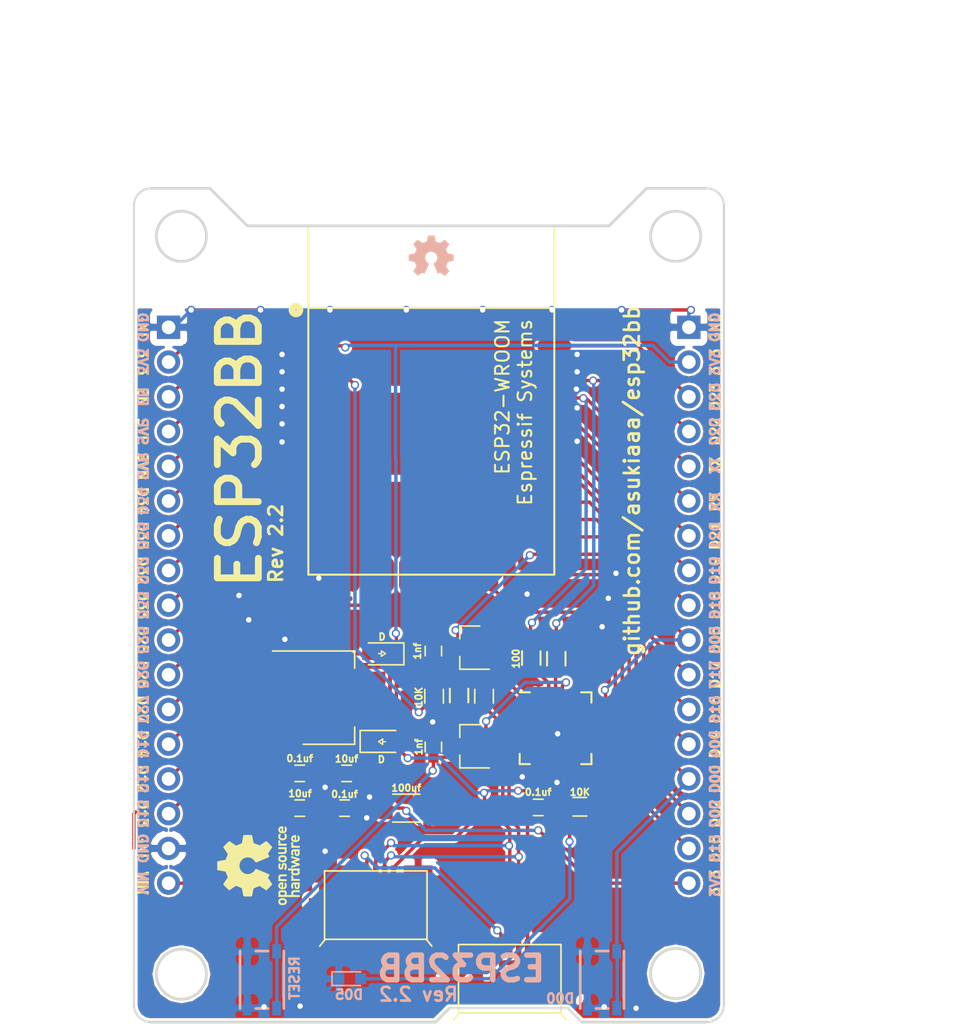
<source format=kicad_pcb>
(kicad_pcb (version 4) (host pcbnew 4.0.6-e0-6349~52~ubuntu16.10.1)
  (title_block (title ESP32BB) (date 2017-03-28) (rev 2.1))
  (layers (0 F.Cu signal) (31 B.Cu signal) (34 B.Paste user) (35 F.Paste user) (36 B.SilkS user) (37 F.SilkS user) (38 B.Mask user) (39 F.Mask user) (44 Edge.Cuts user))
  (net 0 "")
  (net 1 +3V3)
  (net 2 GND)
  (net 3 VCC)
  (net 4 +5V)
  (net 5 RXDtoTXD0)
  (net 6 D+)
  (net 7 D-)
  (net 8 TXDtoRXD0)
  (net 9 EN)
  (net 10 SVP)
  (net 11 SVN)
  (net 12 IO34)
  (net 13 IO35)
  (net 14 IO32)
  (net 15 IO33)
  (net 16 IO25)
  (net 17 IO26)
  (net 18 IO27)
  (net 19 IO14)
  (net 20 IO12)
  (net 21 IO13)
  (net 22 IO23)
  (net 23 IO22)
  (net 24 IO21)
  (net 25 IO19)
  (net 26 IO18)
  (net 27 IO5)
  (net 28 IO17)
  (net 29 IO16)
  (net 30 IO4)
  (net 31 IO2)
  (net 32 IO15)
  (net 33 "Net-(P3-Pad4)")
  (net 34 "Net-(U1-Pad32)")
  (net 35 DTR)
  (net 36 RTS)
  (net 37 "Net-(Q1-Pad1)")
  (net 38 "Net-(Q2-Pad1)")
  (net 39 "IO0(boot)")
  (net 40 "Net-(D2-Pad2)")
  (net 41 "Net-(R5-Pad2)")
  (net 42 "Net-(U1-Pad22)")
  (net 43 "Net-(U1-Pad21)")
  (net 44 "Net-(U1-Pad20)")
  (net 45 "Net-(U1-Pad19)")
  (net 46 "Net-(U1-Pad18)")
  (net 47 "Net-(U1-Pad17)")
  (net 48 "Net-(U3-Pad1)")
  (net 49 "Net-(U3-Pad2)")
  (net 50 "Net-(U3-Pad9)")
  (net 51 "Net-(U3-Pad10)")
  (net 52 "Net-(U3-Pad11)")
  (net 53 "Net-(U3-Pad12)")
  (net 54 "Net-(U3-Pad13)")
  (net 55 "Net-(U3-Pad14)")
  (net 56 "Net-(U3-Pad15)")
  (net 57 "Net-(U3-Pad16)")
  (net 58 "Net-(U3-Pad17)")
  (net 59 "Net-(U3-Pad18)")
  (net 60 "Net-(U3-Pad19)")
  (net 61 "Net-(U3-Pad20)")
  (net 62 "Net-(U3-Pad21)")
  (net 63 "Net-(U3-Pad22)")
  (net 64 "Net-(U3-Pad23)")
  (net 65 "Net-(U3-Pad27)")
  (net 66 "Net-(U3-Pad6)")
  (net 67 "Net-(R6-Pad2)")
  (net 68 "Net-(D3-Pad2)")
  (module usb_micro_b:USB_MICRO_B-HIROSE-ZX62R-B-5P (layer F.Cu) (at 167.5638 115.2652)
    (fp_text reference P3 hide)
    (fp_text value USB_OTG hide)
    (pad 1 smd rect (at 1.3 -4.125) (size 0.4 1.35) (layers F.Cu F.Paste F.Mask) (net 4 +5V))
    (pad 2 smd rect (at 0.65 -4.125) (size 0.4 1.35) (layers F.Cu F.Paste F.Mask) (net 7 D-))
    (pad 3 smd rect (at 0 -4.125) (size 0.4 1.35) (layers F.Cu F.Paste F.Mask) (net 6 D+))
    (pad 4 smd rect (at -0.65 -4.125) (size 0.4 1.35) (layers F.Cu F.Paste F.Mask) (net 33 "Net-(P3-Pad4)"))
    (pad 5 smd rect (at -1.3 -4.125) (size 0.4 1.35) (layers F.Cu F.Paste F.Mask) (net 2 GND))
    (pad 6 smd rect (at 3.1 -3.8) (size 2.1 2) (layers F.Cu F.Paste F.Mask) (net 2 GND))
    (pad 6 smd rect (at -3.1 -3.8) (size 2.1 2) (layers F.Cu F.Paste F.Mask) (net 2 GND))
    (pad 6 smd rect (at -4.1 -1.45) (size 1.6 1.9) (layers F.Cu F.Paste F.Mask) (net 2 GND))
    (pad 6 smd rect (at -0.85 -1.45) (size 1.2 1.9) (layers F.Cu F.Paste F.Mask) (net 2 GND))
    (pad 6 smd rect (at 0.85 -1.45) (size 1.2 1.9) (layers F.Cu F.Paste F.Mask) (net 2 GND))
    (pad 6 smd rect (at 4.1 -1.45) (size 1.6 1.9) (layers F.Cu F.Paste F.Mask) (net 2 GND))
  )
  (module ESP32-footprints-Lib:ESP32-WROOM (layer F.Cu) (at 171.6278 76.454 180)
    (fp_text reference U1 hide)
    (fp_text value ESP32-WROOM)
    (fp_text user "Espressif Systems" (at -6.858 -0.889 270) (layer F.SilkS))
    (fp_text user ESP32-WROOM (at -5.207 0.254 270) (layer F.SilkS))
    (pad 38 smd oval (at -9 5.25 180) (size 2.5 0.9) (layers F.Cu F.Paste F.Mask) (net 2 GND))
    (pad 37 smd oval (at -9 3.98 180) (size 2.5 0.9) (layers F.Cu F.Paste F.Mask) (net 22 IO23))
    (pad 36 smd oval (at -9 2.71 180) (size 2.5 0.9) (layers F.Cu F.Paste F.Mask) (net 23 IO22))
    (pad 35 smd oval (at -9 1.44 180) (size 2.5 0.9) (layers F.Cu F.Paste F.Mask) (net 5 RXDtoTXD0))
    (pad 34 smd oval (at -9 0.17 180) (size 2.5 0.9) (layers F.Cu F.Paste F.Mask) (net 8 TXDtoRXD0))
    (pad 33 smd oval (at -9 -1.1 180) (size 2.5 0.9) (layers F.Cu F.Paste F.Mask) (net 24 IO21))
    (pad 32 smd oval (at -9 -2.37 180) (size 2.5 0.9) (layers F.Cu F.Paste F.Mask) (net 34 "Net-(U1-Pad32)"))
    (pad 31 smd oval (at -9 -3.64 180) (size 2.5 0.9) (layers F.Cu F.Paste F.Mask) (net 25 IO19))
    (pad 30 smd oval (at -9 -4.91 180) (size 2.5 0.9) (layers F.Cu F.Paste F.Mask) (net 26 IO18))
    (pad 29 smd oval (at -9 -6.18 180) (size 2.5 0.9) (layers F.Cu F.Paste F.Mask) (net 27 IO5))
    (pad 28 smd oval (at -9 -7.45 180) (size 2.5 0.9) (layers F.Cu F.Paste F.Mask) (net 28 IO17))
    (pad 27 smd oval (at -9 -8.72 180) (size 2.5 0.9) (layers F.Cu F.Paste F.Mask) (net 29 IO16))
    (pad 26 smd oval (at -9 -9.99 180) (size 2.5 0.9) (layers F.Cu F.Paste F.Mask) (net 30 IO4))
    (pad 25 smd oval (at -9 -11.26 180) (size 2.5 0.9) (layers F.Cu F.Paste F.Mask) (net 39 "IO0(boot)"))
    (pad 24 smd oval (at -5.715 -12.75 180) (size 0.9 2.5) (layers F.Cu F.Paste F.Mask) (net 31 IO2))
    (pad 23 smd oval (at -4.445 -12.75 180) (size 0.9 2.5) (layers F.Cu F.Paste F.Mask) (net 32 IO15))
    (pad 22 smd oval (at -3.175 -12.75 180) (size 0.9 2.5) (layers F.Cu F.Paste F.Mask) (net 42 "Net-(U1-Pad22)"))
    (pad 21 smd oval (at -1.905 -12.75 180) (size 0.9 2.5) (layers F.Cu F.Paste F.Mask) (net 43 "Net-(U1-Pad21)"))
    (pad 20 smd oval (at -0.635 -12.75 180) (size 0.9 2.5) (layers F.Cu F.Paste F.Mask) (net 44 "Net-(U1-Pad20)"))
    (pad 19 smd oval (at 0.635 -12.75 180) (size 0.9 2.5) (layers F.Cu F.Paste F.Mask) (net 45 "Net-(U1-Pad19)"))
    (pad 18 smd oval (at 1.905 -12.75 180) (size 0.9 2.5) (layers F.Cu F.Paste F.Mask) (net 46 "Net-(U1-Pad18)"))
    (pad 17 smd oval (at 3.175 -12.75 180) (size 0.9 2.5) (layers F.Cu F.Paste F.Mask) (net 47 "Net-(U1-Pad17)"))
    (pad 16 smd oval (at 4.445 -12.75 180) (size 0.9 2.5) (layers F.Cu F.Paste F.Mask) (net 21 IO13))
    (pad 15 smd oval (at 5.715 -12.75 180) (size 0.9 2.5) (layers F.Cu F.Paste F.Mask) (net 2 GND))
    (pad 14 smd oval (at 9 -11.26 180) (size 2.5 0.9) (layers F.Cu F.Paste F.Mask) (net 20 IO12))
    (pad 13 smd oval (at 9 -9.99 180) (size 2.5 0.9) (layers F.Cu F.Paste F.Mask) (net 19 IO14))
    (pad 12 smd oval (at 9 -8.72 180) (size 2.5 0.9) (layers F.Cu F.Paste F.Mask) (net 18 IO27))
    (pad 11 smd oval (at 9 -7.45 180) (size 2.5 0.9) (layers F.Cu F.Paste F.Mask) (net 17 IO26))
    (pad 10 smd oval (at 9 -6.18 180) (size 2.5 0.9) (layers F.Cu F.Paste F.Mask) (net 16 IO25))
    (pad 9 smd oval (at 9 -4.91 180) (size 2.5 0.9) (layers F.Cu F.Paste F.Mask) (net 15 IO33))
    (pad 8 smd oval (at 9 -3.64 180) (size 2.5 0.9) (layers F.Cu F.Paste F.Mask) (net 14 IO32))
    (pad 7 smd oval (at 9 -2.37 180) (size 2.5 0.9) (layers F.Cu F.Paste F.Mask) (net 13 IO35))
    (pad 6 smd oval (at 9 -1.1 180) (size 2.5 0.9) (layers F.Cu F.Paste F.Mask) (net 12 IO34))
    (pad 5 smd oval (at 9 0.17 180) (size 2.5 0.9) (layers F.Cu F.Paste F.Mask) (net 11 SVN))
    (pad 4 smd oval (at 9 1.44 180) (size 2.5 0.9) (layers F.Cu F.Paste F.Mask) (net 10 SVP))
    (pad 3 smd oval (at 9 2.71 180) (size 2.5 0.9) (layers F.Cu F.Paste F.Mask) (net 9 EN))
    (pad 2 smd oval (at 9 3.98 180) (size 2.5 0.9) (layers F.Cu F.Paste F.Mask) (net 1 +3V3))
    (pad 1 smd oval (at 9 5.25 180) (size 2.5 0.9) (layers F.Cu F.Paste F.Mask) (net 2 GND))
    (pad 39 smd rect (at 0.3 -2.45 180) (size 6 6) (layers F.Cu F.Paste F.Mask) (net 2 GND))
  )
  (module Capacitors_SMD:C_0603 (layer F.Cu) (at 171.7802 94.7928 270)
    (fp_text reference C2)
    (fp_text value 1nf (at 0 1.1684 270) (layer F.SilkS) (effects (font (size 0.5 0.5) (thickness 0.125))))
    (pad 1 smd rect (at -0.75 0 270) (size 0.8 0.75) (layers F.Cu F.Paste F.Mask) (net 39 "IO0(boot)"))
    (pad 2 smd rect (at 0.75 0 270) (size 0.8 0.75) (layers F.Cu F.Paste F.Mask) (net 2 GND))
  )
  (module Capacitors_SMD:C_0603 (layer F.Cu) (at 165.4302 103.7336 180)
    (fp_text reference C3)
    (fp_text value 10uf (at 0 1.0668 180) (layer F.SilkS) (effects (font (size 0.5 0.5) (thickness 0.125))))
    (pad 1 smd rect (at -0.75 0 180) (size 0.8 0.75) (layers F.Cu F.Paste F.Mask) (net 1 +3V3))
    (pad 2 smd rect (at 0.75 0 180) (size 0.8 0.75) (layers F.Cu F.Paste F.Mask) (net 2 GND))
  )
  (module Capacitors_SMD:C_0603 (layer F.Cu) (at 162.0012 106.2736 180)
    (fp_text reference C4)
    (fp_text value 10uf (at -0.0254 1.0668 180) (layer F.SilkS) (effects (font (size 0.5 0.5) (thickness 0.125))))
    (pad 1 smd rect (at -0.75 0 180) (size 0.8 0.75) (layers F.Cu F.Paste F.Mask) (net 3 VCC))
    (pad 2 smd rect (at 0.75 0 180) (size 0.8 0.75) (layers F.Cu F.Paste F.Mask) (net 2 GND))
  )
  (module Capacitors_SMD:C_0603 (layer F.Cu) (at 162.0012 103.7336 180)
    (fp_text reference C5)
    (fp_text value 0.1uf (at 0 1.0922 180) (layer F.SilkS) (effects (font (size 0.5 0.5) (thickness 0.125))))
    (pad 1 smd rect (at -0.75 0 180) (size 0.8 0.75) (layers F.Cu F.Paste F.Mask) (net 3 VCC))
    (pad 2 smd rect (at 0.75 0 180) (size 0.8 0.75) (layers F.Cu F.Paste F.Mask) (net 2 GND))
  )
  (module Capacitors_SMD:C_0603 (layer F.Cu) (at 179.451 106.2228)
    (fp_text reference C6)
    (fp_text value 0.1uf (at 0 -1.1176 180) (layer F.SilkS) (effects (font (size 0.5 0.5) (thickness 0.125))))
    (pad 1 smd rect (at -0.75 0) (size 0.8 0.75) (layers F.Cu F.Paste F.Mask) (net 4 +5V))
    (pad 2 smd rect (at 0.75 0) (size 0.8 0.75) (layers F.Cu F.Paste F.Mask) (net 2 GND))
  )
  (module osh-logo:osh-logo-3p4mm (layer B.Cu) (at 171.6278 65.8876 180)
    (fp_text reference G*** hide)
    (fp_text value LOGO hide)
  )
  (module Symbols:OSHW-Logo_5.7x6mm_SilkScreen (layer F.Cu) (at 158.9786 110.49 90)
    (fp_text reference REF*** hide)
    (fp_text value OSHW-Logo_5.7x6mm_SilkScreen hide)
  )
  (module TO_SOT_Packages_SMD:SOT-23 (layer F.Cu) (at 174.4726 101.7524 180)
    (fp_text reference Q1)
    (fp_text value MMBT3904 hide)
    (pad 1 smd rect (at -1 -0.95 180) (size 0.9 0.8) (layers F.Cu F.Paste F.Mask) (net 37 "Net-(Q1-Pad1)"))
    (pad 2 smd rect (at -1 0.95 180) (size 0.9 0.8) (layers F.Cu F.Paste F.Mask) (net 36 RTS))
    (pad 3 smd rect (at 1 0 180) (size 0.9 0.8) (layers F.Cu F.Paste F.Mask) (net 9 EN))
  )
  (module TO_SOT_Packages_SMD:SOT-23 (layer F.Cu) (at 174.4726 94.5388 180)
    (fp_text reference Q2)
    (fp_text value MMBT3904 hide)
    (pad 1 smd rect (at -1 -0.95 180) (size 0.9 0.8) (layers F.Cu F.Paste F.Mask) (net 38 "Net-(Q2-Pad1)"))
    (pad 2 smd rect (at -1 0.95 180) (size 0.9 0.8) (layers F.Cu F.Paste F.Mask) (net 35 DTR))
    (pad 3 smd rect (at 1 0 180) (size 0.9 0.8) (layers F.Cu F.Paste F.Mask) (net 39 "IO0(boot)"))
  )
  (module Resistors_SMD:R_0603 (layer F.Cu) (at 173.6598 98.044 90)
    (fp_text reference R4)
    (fp_text value 10K hide)
    (pad 1 smd rect (at -0.75 0 90) (size 0.5 0.9) (layers F.Cu F.Paste F.Mask) (net 36 RTS))
    (pad 2 smd rect (at 0.75 0 90) (size 0.5 0.9) (layers F.Cu F.Paste F.Mask) (net 38 "Net-(Q2-Pad1)"))
  )
  (module Resistors_SMD:R_0603 (layer F.Cu) (at 180.7718 95.3516 270)
    (fp_text reference R5)
    (fp_text value 100 hide)
    (pad 1 smd rect (at -0.75 0 270) (size 0.5 0.9) (layers F.Cu F.Paste F.Mask) (net 5 RXDtoTXD0))
    (pad 2 smd rect (at 0.75 0 270) (size 0.5 0.9) (layers F.Cu F.Paste F.Mask) (net 41 "Net-(R5-Pad2)"))
  )
  (module Resistors_SMD:R_0603 (layer F.Cu) (at 178.943 95.3008 270)
    (fp_text reference R6)
    (fp_text value 100 (at 0.0508 1.1176 450) (layer F.SilkS) (effects (font (size 0.5 0.5) (thickness 0.125))))
    (pad 1 smd rect (at -0.75 0 270) (size 0.5 0.9) (layers F.Cu F.Paste F.Mask) (net 8 TXDtoRXD0))
    (pad 2 smd rect (at 0.75 0 270) (size 0.5 0.9) (layers F.Cu F.Paste F.Mask) (net 67 "Net-(R6-Pad2)"))
  )
  (module switch:SKRPACE010 (layer B.Cu) (at 184.1246 118.8212 90)
    (fp_text reference SW1 hide)
    (fp_text value SWITCH_SPST hide)
    (pad 1 smd rect (at -2.075 1.075 90) (size 1.05 0.65) (layers B.Cu B.Paste B.Mask) (net 39 "IO0(boot)"))
    (pad 1 smd rect (at 2.075 1.075 90) (size 1.05 0.65) (layers B.Cu B.Paste B.Mask) (net 39 "IO0(boot)"))
    (pad 2 smd rect (at -2.075 -1.075 90) (size 1.05 0.65) (layers B.Cu B.Paste B.Mask) (net 2 GND))
    (pad 2 smd rect (at 2.075 -1.075 90) (size 1.05 0.65) (layers B.Cu B.Paste B.Mask) (net 2 GND))
  )
  (module usb_micro_b:USB_MICRO_B-HIROSE-ZX62R-B-5P (layer F.Cu) (at 177.3682 120.65)
    (fp_text reference P3 hide)
    (fp_text value USB_OTG hide)
    (pad 1 smd rect (at 1.3 -4.125) (size 0.4 1.35) (layers F.Cu F.Paste F.Mask) (net 4 +5V))
    (pad 2 smd rect (at 0.65 -4.125) (size 0.4 1.35) (layers F.Cu F.Paste F.Mask) (net 7 D-))
    (pad 3 smd rect (at 0 -4.125) (size 0.4 1.35) (layers F.Cu F.Paste F.Mask) (net 6 D+))
    (pad 4 smd rect (at -0.65 -4.125) (size 0.4 1.35) (layers F.Cu F.Paste F.Mask) (net 33 "Net-(P3-Pad4)"))
    (pad 5 smd rect (at -1.3 -4.125) (size 0.4 1.35) (layers F.Cu F.Paste F.Mask) (net 2 GND))
    (pad 6 smd rect (at 3.1 -3.8) (size 2.1 2) (layers F.Cu F.Paste F.Mask) (net 2 GND))
    (pad 6 smd rect (at -3.1 -3.8) (size 2.1 2) (layers F.Cu F.Paste F.Mask) (net 2 GND))
    (pad 6 smd rect (at -4.1 -1.45) (size 1.6 1.9) (layers F.Cu F.Paste F.Mask) (net 2 GND))
    (pad 6 smd rect (at -0.85 -1.45) (size 1.2 1.9) (layers F.Cu F.Paste F.Mask) (net 2 GND))
    (pad 6 smd rect (at 0.85 -1.45) (size 1.2 1.9) (layers F.Cu F.Paste F.Mask) (net 2 GND))
    (pad 6 smd rect (at 4.1 -1.45) (size 1.6 1.9) (layers F.Cu F.Paste F.Mask) (net 2 GND))
  )
  (module common:D_0805 (layer F.Cu) (at 168.021 101.3968)
    (fp_text reference D1)
    (fp_text value D (at -0.0508 1.3208) (layer F.SilkS) (effects (font (size 0.5 0.5) (thickness 0.125))))
    (pad 1 smd rect (at -1.05 0) (size 0.8 0.9) (layers F.Cu F.Paste F.Mask) (net 3 VCC))
    (pad 2 smd rect (at 1.05 0) (size 0.8 0.9) (layers F.Cu F.Paste F.Mask) (net 4 +5V))
  )
  (module common:Pin_Header_Straight_1x17_Pitch2.54mm (layer B.Cu) (at 152.4 71.12 180)
    (fp_text reference P1 hide)
    (fp_text value CONN_01X17 hide)
    (pad 1 thru_hole rect (at 0 0 180) (size 1.7 1.7) (drill 1) (layers *.Cu *.Mask) (net 2 GND))
    (pad 2 thru_hole oval (at 0 -2.54 180) (size 1.7 1.7) (drill 1) (layers *.Cu *.Mask) (net 1 +3V3))
    (pad 3 thru_hole oval (at 0 -5.08 180) (size 1.7 1.7) (drill 1) (layers *.Cu *.Mask) (net 9 EN))
    (pad 4 thru_hole oval (at 0 -7.62 180) (size 1.7 1.7) (drill 1) (layers *.Cu *.Mask) (net 10 SVP))
    (pad 5 thru_hole oval (at 0 -10.16 180) (size 1.7 1.7) (drill 1) (layers *.Cu *.Mask) (net 11 SVN))
    (pad 6 thru_hole oval (at 0 -12.7 180) (size 1.7 1.7) (drill 1) (layers *.Cu *.Mask) (net 12 IO34))
    (pad 7 thru_hole oval (at 0 -15.24 180) (size 1.7 1.7) (drill 1) (layers *.Cu *.Mask) (net 13 IO35))
    (pad 8 thru_hole oval (at 0 -17.78 180) (size 1.7 1.7) (drill 1) (layers *.Cu *.Mask) (net 14 IO32))
    (pad 9 thru_hole oval (at 0 -20.32 180) (size 1.7 1.7) (drill 1) (layers *.Cu *.Mask) (net 15 IO33))
    (pad 10 thru_hole oval (at 0 -22.86 180) (size 1.7 1.7) (drill 1) (layers *.Cu *.Mask) (net 16 IO25))
    (pad 11 thru_hole oval (at 0 -25.4 180) (size 1.7 1.7) (drill 1) (layers *.Cu *.Mask) (net 17 IO26))
    (pad 12 thru_hole oval (at 0 -27.94 180) (size 1.7 1.7) (drill 1) (layers *.Cu *.Mask) (net 18 IO27))
    (pad 13 thru_hole oval (at 0 -30.48 180) (size 1.7 1.7) (drill 1) (layers *.Cu *.Mask) (net 19 IO14))
    (pad 14 thru_hole oval (at 0 -33.02 180) (size 1.7 1.7) (drill 1) (layers *.Cu *.Mask) (net 20 IO12))
    (pad 15 thru_hole oval (at 0 -35.56 180) (size 1.7 1.7) (drill 1) (layers *.Cu *.Mask) (net 21 IO13))
    (pad 16 thru_hole oval (at 0 -38.1 180) (size 1.7 1.7) (drill 1) (layers *.Cu *.Mask) (net 2 GND))
    (pad 17 thru_hole oval (at 0 -40.64 180) (size 1.7 1.7) (drill 1) (layers *.Cu *.Mask) (net 3 VCC))
  )
  (module switch:SKRPACE010 (layer B.Cu) (at 159.2326 118.8212 90)
    (fp_text reference SW2 hide)
    (fp_text value SWITCH_SPST hide)
    (pad 1 smd rect (at -2.075 1.075 90) (size 1.05 0.65) (layers B.Cu B.Paste B.Mask) (net 9 EN))
    (pad 1 smd rect (at 2.075 1.075 90) (size 1.05 0.65) (layers B.Cu B.Paste B.Mask) (net 9 EN))
    (pad 2 smd rect (at -2.075 -1.075 90) (size 1.05 0.65) (layers B.Cu B.Paste B.Mask) (net 2 GND))
    (pad 2 smd rect (at 2.075 -1.075 90) (size 1.05 0.65) (layers B.Cu B.Paste B.Mask) (net 2 GND))
  )
  (module Capacitors_SMD:C_0603 (layer F.Cu) (at 171.7802 101.8032 90)
    (fp_text reference C1 hide)
    (fp_text value 1nf (at 0 -1.0668 90) (layer F.SilkS) (effects (font (size 0.5 0.5) (thickness 0.125))))
    (pad 1 smd rect (at -0.75 0 90) (size 0.8 0.75) (layers F.Cu F.Paste F.Mask) (net 9 EN))
    (pad 2 smd rect (at 0.75 0 90) (size 0.8 0.75) (layers F.Cu F.Paste F.Mask) (net 2 GND))
  )
  (module Capacitors_SMD:C_0603 (layer F.Cu) (at 165.2778 106.2736 180)
    (fp_text reference C7 hide)
    (fp_text value 0.1uf (at 0 1.016 180) (layer F.SilkS) (effects (font (size 0.5 0.5) (thickness 0.125))))
    (pad 1 smd rect (at -0.75 0 180) (size 0.8 0.75) (layers F.Cu F.Paste F.Mask) (net 1 +3V3))
    (pad 2 smd rect (at 0.75 0 180) (size 0.8 0.75) (layers F.Cu F.Paste F.Mask) (net 2 GND))
  )
  (module Capacitors_SMD:C_1206 (layer F.Cu) (at 169.799 106.2736)
    (fp_text reference C8 hide)
    (fp_text value 100uf (at 0 -1.4732) (layer F.SilkS) (effects (font (size 0.5 0.5) (thickness 0.125))))
    (pad 1 smd rect (at -1.5 0) (size 1 1.6) (layers F.Cu F.Paste F.Mask) (net 1 +3V3))
    (pad 2 smd rect (at 1.5 0) (size 1 1.6) (layers F.Cu F.Paste F.Mask) (net 2 GND))
  )
  (module Resistors_SMD:R_0603 (layer F.Cu) (at 175.4886 98.0948 270)
    (fp_text reference R1 hide)
    (fp_text value 10K hide)
    (pad 1 smd rect (at -0.75 0 270) (size 0.5 0.9) (layers F.Cu F.Paste F.Mask) (net 35 DTR))
    (pad 2 smd rect (at 0.75 0 270) (size 0.5 0.9) (layers F.Cu F.Paste F.Mask) (net 37 "Net-(Q1-Pad1)"))
  )
  (module Resistors_SMD:R_0603 (layer F.Cu) (at 171.831 98.0948 90)
    (fp_text reference R3 hide)
    (fp_text value 10K (at -0.0508 -1.1176 90) (layer F.SilkS) (effects (font (size 0.5 0.5) (thickness 0.125))))
    (pad 1 smd rect (at -0.75 0 90) (size 0.5 0.9) (layers F.Cu F.Paste F.Mask) (net 9 EN))
    (pad 2 smd rect (at 0.75 0 90) (size 0.5 0.9) (layers F.Cu F.Paste F.Mask) (net 1 +3V3))
  )
  (module Housings_DFN_QFN:QFN-28-1EP_5x5mm_Pitch0.5mm (layer F.Cu) (at 180.721 100.4316)
    (fp_text reference U3 hide)
    (fp_text value CP2102)
    (pad 1 smd oval (at -2.45 -1.5) (size 0.85 0.3) (layers F.Cu F.Paste F.Mask) (net 48 "Net-(U3-Pad1)"))
    (pad 2 smd oval (at -2.45 -1) (size 0.85 0.3) (layers F.Cu F.Paste F.Mask) (net 49 "Net-(U3-Pad2)"))
    (pad 3 smd oval (at -2.45 -0.5) (size 0.85 0.3) (layers F.Cu F.Paste F.Mask) (net 2 GND))
    (pad 4 smd oval (at -2.45 0) (size 0.85 0.3) (layers F.Cu F.Paste F.Mask) (net 6 D+))
    (pad 5 smd oval (at -2.45 0.5) (size 0.85 0.3) (layers F.Cu F.Paste F.Mask) (net 7 D-))
    (pad 6 smd oval (at -2.45 1) (size 0.85 0.3) (layers F.Cu F.Paste F.Mask) (net 66 "Net-(U3-Pad6)"))
    (pad 7 smd oval (at -2.45 1.5) (size 0.85 0.3) (layers F.Cu F.Paste F.Mask) (net 4 +5V))
    (pad 8 smd oval (at -1.5 2.45 90) (size 0.85 0.3) (layers F.Cu F.Paste F.Mask) (net 4 +5V))
    (pad 9 smd oval (at -1 2.45 90) (size 0.85 0.3) (layers F.Cu F.Paste F.Mask) (net 50 "Net-(U3-Pad9)"))
    (pad 10 smd oval (at -0.5 2.45 90) (size 0.85 0.3) (layers F.Cu F.Paste F.Mask) (net 51 "Net-(U3-Pad10)"))
    (pad 11 smd oval (at 0 2.45 90) (size 0.85 0.3) (layers F.Cu F.Paste F.Mask) (net 52 "Net-(U3-Pad11)"))
    (pad 12 smd oval (at 0.5 2.45 90) (size 0.85 0.3) (layers F.Cu F.Paste F.Mask) (net 53 "Net-(U3-Pad12)"))
    (pad 13 smd oval (at 1 2.45 90) (size 0.85 0.3) (layers F.Cu F.Paste F.Mask) (net 54 "Net-(U3-Pad13)"))
    (pad 14 smd oval (at 1.5 2.45 90) (size 0.85 0.3) (layers F.Cu F.Paste F.Mask) (net 55 "Net-(U3-Pad14)"))
    (pad 15 smd oval (at 2.45 1.5) (size 0.85 0.3) (layers F.Cu F.Paste F.Mask) (net 56 "Net-(U3-Pad15)"))
    (pad 16 smd oval (at 2.45 1) (size 0.85 0.3) (layers F.Cu F.Paste F.Mask) (net 57 "Net-(U3-Pad16)"))
    (pad 17 smd oval (at 2.45 0.5) (size 0.85 0.3) (layers F.Cu F.Paste F.Mask) (net 58 "Net-(U3-Pad17)"))
    (pad 18 smd oval (at 2.45 0) (size 0.85 0.3) (layers F.Cu F.Paste F.Mask) (net 59 "Net-(U3-Pad18)"))
    (pad 19 smd oval (at 2.45 -0.5) (size 0.85 0.3) (layers F.Cu F.Paste F.Mask) (net 60 "Net-(U3-Pad19)"))
    (pad 20 smd oval (at 2.45 -1) (size 0.85 0.3) (layers F.Cu F.Paste F.Mask) (net 61 "Net-(U3-Pad20)"))
    (pad 21 smd oval (at 2.45 -1.5) (size 0.85 0.3) (layers F.Cu F.Paste F.Mask) (net 62 "Net-(U3-Pad21)"))
    (pad 22 smd oval (at 1.5 -2.45 90) (size 0.85 0.3) (layers F.Cu F.Paste F.Mask) (net 63 "Net-(U3-Pad22)"))
    (pad 23 smd oval (at 1 -2.45 90) (size 0.85 0.3) (layers F.Cu F.Paste F.Mask) (net 64 "Net-(U3-Pad23)"))
    (pad 24 smd oval (at 0.5 -2.45 90) (size 0.85 0.3) (layers F.Cu F.Paste F.Mask) (net 36 RTS))
    (pad 25 smd oval (at 0 -2.45 90) (size 0.85 0.3) (layers F.Cu F.Paste F.Mask) (net 41 "Net-(R5-Pad2)"))
    (pad 26 smd oval (at -0.5 -2.45 90) (size 0.85 0.3) (layers F.Cu F.Paste F.Mask) (net 67 "Net-(R6-Pad2)"))
    (pad 27 smd oval (at -1 -2.45 90) (size 0.85 0.3) (layers F.Cu F.Paste F.Mask) (net 65 "Net-(U3-Pad27)"))
    (pad 28 smd oval (at -1.5 -2.45 90) (size 0.85 0.3) (layers F.Cu F.Paste F.Mask) (net 35 DTR))
    (pad 29 smd rect (at 0.8375 0.8375) (size 1.675 1.675) (layers F.Cu F.Paste F.Mask) (net 2 GND))
    (pad 29 smd rect (at 0.8375 -0.8375) (size 1.675 1.675) (layers F.Cu F.Paste F.Mask) (net 2 GND))
    (pad 29 smd rect (at -0.8375 0.8375) (size 1.675 1.675) (layers F.Cu F.Paste F.Mask) (net 2 GND))
    (pad 29 smd rect (at -0.8375 -0.8375) (size 1.675 1.675) (layers F.Cu F.Paste F.Mask) (net 2 GND))
  )
  (module TO_SOT_Packages_SMD:SOT-223 (layer F.Cu) (at 164.1094 98.1964)
    (fp_text reference U2)
    (fp_text value NCP1117ST33T3G hide)
    (pad 4 smd rect (at 3.15 0) (size 2 3.8) (layers F.Cu F.Paste F.Mask))
    (pad 2 smd rect (at -3.15 0) (size 2 1.5) (layers F.Cu F.Paste F.Mask) (net 40 "Net-(D2-Pad2)"))
    (pad 3 smd rect (at -3.15 2.3) (size 2 1.5) (layers F.Cu F.Paste F.Mask) (net 3 VCC))
    (pad 1 smd rect (at -3.15 -2.3) (size 2 1.5) (layers F.Cu F.Paste F.Mask) (net 2 GND))
  )
  (module common:Pin_Header_Straight_1x17_Pitch2.54mm (layer B.Cu) (at 190.4746 71.12 180)
    (fp_text reference P2 hide)
    (fp_text value CONN_01X17 hide)
    (pad 1 thru_hole rect (at 0 0 180) (size 1.7 1.7) (drill 1) (layers *.Cu *.Mask) (net 2 GND))
    (pad 2 thru_hole oval (at 0 -2.54 180) (size 1.7 1.7) (drill 1) (layers *.Cu *.Mask) (net 1 +3V3))
    (pad 3 thru_hole oval (at 0 -5.08 180) (size 1.7 1.7) (drill 1) (layers *.Cu *.Mask) (net 22 IO23))
    (pad 4 thru_hole oval (at 0 -7.62 180) (size 1.7 1.7) (drill 1) (layers *.Cu *.Mask) (net 23 IO22))
    (pad 5 thru_hole oval (at 0 -10.16 180) (size 1.7 1.7) (drill 1) (layers *.Cu *.Mask) (net 5 RXDtoTXD0))
    (pad 6 thru_hole oval (at 0 -12.7 180) (size 1.7 1.7) (drill 1) (layers *.Cu *.Mask) (net 8 TXDtoRXD0))
    (pad 7 thru_hole oval (at 0 -15.24 180) (size 1.7 1.7) (drill 1) (layers *.Cu *.Mask) (net 24 IO21))
    (pad 8 thru_hole oval (at 0 -17.78 180) (size 1.7 1.7) (drill 1) (layers *.Cu *.Mask) (net 25 IO19))
    (pad 9 thru_hole oval (at 0 -20.32 180) (size 1.7 1.7) (drill 1) (layers *.Cu *.Mask) (net 26 IO18))
    (pad 10 thru_hole oval (at 0 -22.86 180) (size 1.7 1.7) (drill 1) (layers *.Cu *.Mask) (net 27 IO5))
    (pad 11 thru_hole oval (at 0 -25.4 180) (size 1.7 1.7) (drill 1) (layers *.Cu *.Mask) (net 28 IO17))
    (pad 12 thru_hole oval (at 0 -27.94 180) (size 1.7 1.7) (drill 1) (layers *.Cu *.Mask) (net 29 IO16))
    (pad 13 thru_hole oval (at 0 -30.48 180) (size 1.7 1.7) (drill 1) (layers *.Cu *.Mask) (net 30 IO4))
    (pad 14 thru_hole oval (at 0 -33.02 180) (size 1.7 1.7) (drill 1) (layers *.Cu *.Mask) (net 39 "IO0(boot)"))
    (pad 15 thru_hole oval (at 0 -35.56 180) (size 1.7 1.7) (drill 1) (layers *.Cu *.Mask) (net 31 IO2))
    (pad 16 thru_hole oval (at 0 -38.1 180) (size 1.7 1.7) (drill 1) (layers *.Cu *.Mask) (net 32 IO15))
    (pad 17 thru_hole oval (at 0 -40.64 180) (size 1.7 1.7) (drill 1) (layers *.Cu *.Mask) (net 1 +3V3))
  )
  (module Resistors_SMD:R_0603 (layer F.Cu) (at 182.499 106.172 180)
    (fp_text reference R2 hide)
    (fp_text value 10K (at 0 1.0668 180) (layer F.SilkS) (effects (font (size 0.5 0.5) (thickness 0.125))))
    (pad 1 smd rect (at -0.75 0 180) (size 0.5 0.9) (layers F.Cu F.Paste F.Mask) (net 27 IO5))
    (pad 2 smd rect (at 0.75 0 180) (size 0.5 0.9) (layers F.Cu F.Paste F.Mask) (net 68 "Net-(D3-Pad2)"))
  )
  (module LEDs:LED_0603 (layer B.Cu) (at 165.6588 118.745)
    (fp_text reference D3)
    (fp_text value D05 (at -0.0508 1.1684) (layer B.SilkS) (effects (font (size 0.7 0.7) (thickness 0.175)) (justify mirror)))
    (pad 2 smd rect (at 0.8 0 180) (size 0.8 0.8) (layers B.Cu B.Paste B.Mask) (net 68 "Net-(D3-Pad2)"))
    (pad 1 smd rect (at -0.8 0 180) (size 0.8 0.8) (layers B.Cu B.Paste B.Mask) (net 2 GND))
  )
  (module common:D_0805 (layer F.Cu) (at 168.021 94.996 180)
    (fp_text reference D2)
    (fp_text value D (at 0 1.2446 180) (layer F.SilkS) (effects (font (size 0.5 0.5) (thickness 0.125))))
    (pad 1 smd rect (at -1.05 0 180) (size 0.8 0.9) (layers F.Cu F.Paste F.Mask) (net 1 +3V3))
    (pad 2 smd rect (at 1.05 0 180) (size 0.8 0.9) (layers F.Cu F.Paste F.Mask) (net 40 "Net-(D2-Pad2)"))
  )
  (gr_line (start 187.3758 60.96) (end 191.7446 60.96) (angle 90) (layer Edge.Cuts) (width 0.2))
  (gr_line (start 184.6326 63.7032) (end 187.3758 60.96) (angle 90) (layer Edge.Cuts) (width 0.2))
  (gr_line (start 158.1658 63.7032) (end 184.6326 63.7032) (angle 90) (layer Edge.Cuts) (width 0.2))
  (gr_line (start 155.4226 60.96) (end 158.1658 63.7032) (angle 90) (layer Edge.Cuts) (width 0.2))
  (gr_line (start 151.1046 60.96) (end 155.4226 60.96) (angle 90) (layer Edge.Cuts) (width 0.2))
  (gr_line (start 172.9486 120.904) (end 171.9326 121.92) (angle 90) (layer Edge.Cuts) (width 0.2))
  (gr_line (start 171.9326 121.92) (end 151.1554 121.92) (angle 90) (layer Edge.Cuts) (width 0.2))
  (gr_line (start 182.6514 121.92) (end 191.7446 121.92) (angle 90) (layer Edge.Cuts) (width 0.2))
  (gr_circle (center 153.3398 64.4652) (end 154.6606 65.7352) (layer Edge.Cuts) (width 0.2))
  (gr_circle (center 189.5094 118.364) (end 190.8302 119.634) (layer Edge.Cuts) (width 0.2))
  (gr_circle (center 153.3398 118.4148) (end 154.6606 119.6848) (layer Edge.Cuts) (width 0.2))
  (gr_circle (center 189.5094 64.4652) (end 190.8302 65.7352) (layer Edge.Cuts) (width 0.2))
  (gr_text RX (at 192.405 83.8835 90) (layer F.SilkS) (effects (font (size 0.7 0.7) (thickness 0.175))))
  (gr_text RX (at 192.405 83.8835 90) (layer B.SilkS) (effects (font (size 0.7 0.7) (thickness 0.175)) (justify mirror)))
  (gr_text RESET (at 161.6202 120.396 90) (layer B.SilkS) (effects (font (size 0.7 0.7) (thickness 0.175)) (justify right mirror)))
  (gr_line (start 172.974 120.904) (end 181.61 120.904) (angle 90) (layer Edge.Cuts) (width 0.15))
  (gr_text D27 (at 150.495 99.06 270) (layer B.SilkS) (effects (font (size 0.7 0.7) (thickness 0.175)) (justify mirror)))
  (gr_text VIN (at 150.495 111.76 270) (layer F.SilkS) (effects (font (size 0.7 0.7) (thickness 0.175))))
  (gr_text GND (at 150.495 109.22 270) (layer F.SilkS) (effects (font (size 0.7 0.7) (thickness 0.175))))
  (gr_text D13 (at 150.495 106.68 270) (layer F.SilkS) (effects (font (size 0.7 0.7) (thickness 0.175))))
  (gr_text D12 (at 150.495 104.14 270) (layer F.SilkS) (effects (font (size 0.7 0.7) (thickness 0.175))))
  (gr_text D14 (at 150.495 101.6 270) (layer F.SilkS) (effects (font (size 0.7 0.7) (thickness 0.175))))
  (gr_text D26 (at 150.495 96.52 270) (layer F.SilkS) (effects (font (size 0.7 0.7) (thickness 0.175))))
  (gr_text D25 (at 150.495 93.98 270) (layer F.SilkS) (effects (font (size 0.7 0.7) (thickness 0.175))))
  (gr_text D33 (at 150.495 91.44 270) (layer F.SilkS) (effects (font (size 0.7 0.7) (thickness 0.175))))
  (gr_text D32 (at 150.495 88.9 270) (layer F.SilkS) (effects (font (size 0.7 0.7) (thickness 0.175))))
  (gr_text D35 (at 150.495 86.36 270) (layer F.SilkS) (effects (font (size 0.7 0.7) (thickness 0.175))))
  (gr_text D34 (at 150.495 83.82 270) (layer F.SilkS) (effects (font (size 0.7 0.7) (thickness 0.175))))
  (gr_text SVN (at 150.495 81.28 270) (layer F.SilkS) (effects (font (size 0.7 0.7) (thickness 0.175))))
  (gr_text SVP (at 150.495 78.74 270) (layer F.SilkS) (effects (font (size 0.7 0.7) (thickness 0.175))))
  (gr_text EN (at 150.495 76.2 270) (layer F.SilkS) (effects (font (size 0.7 0.7) (thickness 0.175))))
  (gr_text 3V3 (at 150.495 73.66 270) (layer F.SilkS) (effects (font (size 0.7 0.7) (thickness 0.175))))
  (gr_text GND (at 150.495 71.12 270) (layer F.SilkS) (effects (font (size 0.7 0.7) (thickness 0.175))))
  (gr_text 3V3 (at 192.405 111.76 90) (layer F.SilkS) (effects (font (size 0.7 0.7) (thickness 0.175))))
  (gr_text D15 (at 192.405 109.22 90) (layer F.SilkS) (effects (font (size 0.7 0.7) (thickness 0.175))))
  (gr_text TX (at 192.405 81.2165 90) (layer F.SilkS) (effects (font (size 0.7 0.7) (thickness 0.175))))
  (gr_text D02 (at 192.405 106.68 90) (layer F.SilkS) (effects (font (size 0.7 0.7) (thickness 0.175))))
  (gr_text D00 (at 192.405 104.14 90) (layer F.SilkS) (effects (font (size 0.7 0.7) (thickness 0.175))))
  (gr_text D04 (at 192.405 101.6 90) (layer F.SilkS) (effects (font (size 0.7 0.7) (thickness 0.175))))
  (gr_text D16 (at 192.405 99.06 90) (layer F.SilkS) (effects (font (size 0.7 0.7) (thickness 0.175))))
  (gr_text D17 (at 192.405 96.52 90) (layer F.SilkS) (effects (font (size 0.7 0.7) (thickness 0.175))))
  (gr_text D05 (at 192.405 93.98 90) (layer F.SilkS) (effects (font (size 0.7 0.7) (thickness 0.175))))
  (gr_text D18 (at 192.405 91.44 90) (layer F.SilkS) (effects (font (size 0.7 0.7) (thickness 0.175))))
  (gr_text D19 (at 192.405 88.9 90) (layer F.SilkS) (effects (font (size 0.7 0.7) (thickness 0.175))))
  (gr_text D21 (at 192.405 86.36 90) (layer F.SilkS) (effects (font (size 0.7 0.7) (thickness 0.175))))
  (gr_text D22 (at 192.405 78.74 90) (layer F.SilkS) (effects (font (size 0.7 0.7) (thickness 0.175))))
  (gr_text D23 (at 192.405 76.2 90) (layer F.SilkS) (effects (font (size 0.7 0.7) (thickness 0.175))))
  (gr_text 3V3 (at 192.405 73.66 90) (layer F.SilkS) (effects (font (size 0.7 0.7) (thickness 0.175))))
  (gr_text GND (at 192.405 71.12 90) (layer F.SilkS) (effects (font (size 0.7 0.7) (thickness 0.175))))
  (gr_text ESP32BB (at 157.607 80.01 90) (layer F.SilkS) (effects (font (size 3 3) (thickness 0.5))))
  (gr_line (start 182.626 121.92) (end 181.61 120.904) (angle 90) (layer Edge.Cuts) (width 0.15))
  (gr_text GND (at 192.3542 71.12 90) (layer B.SilkS) (effects (font (size 0.7 0.7) (thickness 0.175)) (justify mirror)))
  (gr_text "Rev 2.2" (at 160.2486 86.9188 90) (layer F.SilkS) (effects (font (size 1 1) (thickness 0.2))))
  (gr_text "Rev 2.2" (at 170.688 119.888) (layer B.SilkS) (effects (font (size 1 1) (thickness 0.2)) (justify mirror)))
  (gr_text ESP32BB (at 173.8122 118.0084) (layer B.SilkS) (effects (font (size 1.8 1.8) (thickness 0.4)) (justify mirror)))
  (gr_text github.com/asukiaaa/esp32bb (at 186.309 82.3468 90) (layer F.SilkS) (effects (font (size 1.1 1.1) (thickness 0.2))))
  (gr_text D00 (at 182.1942 120.1928) (layer B.SilkS) (effects (font (size 0.7 0.7) (thickness 0.175)) (justify left mirror)))
  (gr_text 3V3 (at 192.405 73.66 90) (layer B.SilkS) (effects (font (size 0.7 0.7) (thickness 0.175)) (justify mirror)))
  (gr_text D23 (at 192.405 76.2 90) (layer B.SilkS) (effects (font (size 0.7 0.7) (thickness 0.175)) (justify mirror)))
  (gr_text D22 (at 192.405 78.74 90) (layer B.SilkS) (effects (font (size 0.7 0.7) (thickness 0.175)) (justify mirror)))
  (gr_text D21 (at 192.405 86.36 90) (layer B.SilkS) (effects (font (size 0.7 0.7) (thickness 0.175)) (justify mirror)))
  (gr_text D19 (at 192.405 88.9 90) (layer B.SilkS) (effects (font (size 0.7 0.7) (thickness 0.175)) (justify mirror)))
  (gr_text D18 (at 192.405 91.44 90) (layer B.SilkS) (effects (font (size 0.7 0.7) (thickness 0.175)) (justify mirror)))
  (gr_text D05 (at 192.405 93.98 90) (layer B.SilkS) (effects (font (size 0.7 0.7) (thickness 0.175)) (justify mirror)))
  (gr_text D17 (at 192.405 96.52 90) (layer B.SilkS) (effects (font (size 0.7 0.7) (thickness 0.175)) (justify mirror)))
  (gr_text D16 (at 192.405 99.06 90) (layer B.SilkS) (effects (font (size 0.7 0.7) (thickness 0.175)) (justify mirror)))
  (gr_text D04 (at 192.405 101.6 90) (layer B.SilkS) (effects (font (size 0.7 0.7) (thickness 0.175)) (justify mirror)))
  (gr_text D00 (at 192.405 104.14 90) (layer B.SilkS) (effects (font (size 0.7 0.7) (thickness 0.175)) (justify mirror)))
  (gr_text D02 (at 192.405 106.68 90) (layer B.SilkS) (effects (font (size 0.7 0.7) (thickness 0.175)) (justify mirror)))
  (gr_text TX (at 192.405 81.2165 90) (layer B.SilkS) (effects (font (size 0.7 0.7) (thickness 0.175)) (justify mirror)))
  (gr_text D15 (at 192.405 109.22 90) (layer B.SilkS) (effects (font (size 0.7 0.7) (thickness 0.175)) (justify mirror)))
  (gr_text 3V3 (at 192.405 111.76 90) (layer B.SilkS) (effects (font (size 0.7 0.7) (thickness 0.175)) (justify mirror)))
  (gr_text VIN (at 150.495 111.76 270) (layer B.SilkS) (effects (font (size 0.7 0.7) (thickness 0.175)) (justify mirror)))
  (gr_text GND (at 150.495 109.22 270) (layer B.SilkS) (effects (font (size 0.7 0.7) (thickness 0.175)) (justify mirror)))
  (gr_text D13 (at 150.495 106.68 270) (layer B.SilkS) (effects (font (size 0.7 0.7) (thickness 0.175)) (justify mirror)))
  (gr_text D12 (at 150.495 104.14 270) (layer B.SilkS) (effects (font (size 0.7 0.7) (thickness 0.175)) (justify mirror)))
  (gr_text D14 (at 150.495 101.6 270) (layer B.SilkS) (effects (font (size 0.7 0.7) (thickness 0.175)) (justify mirror)))
  (gr_text D27 (at 150.495 99.06 270) (layer F.SilkS) (effects (font (size 0.7 0.7) (thickness 0.175))))
  (gr_text D26 (at 150.495 96.52 270) (layer B.SilkS) (effects (font (size 0.7 0.7) (thickness 0.175)) (justify mirror)))
  (gr_text D25 (at 150.495 93.98 270) (layer B.SilkS) (effects (font (size 0.7 0.7) (thickness 0.175)) (justify mirror)))
  (gr_text D33 (at 150.495 91.44 270) (layer B.SilkS) (effects (font (size 0.7 0.7) (thickness 0.175)) (justify mirror)))
  (gr_text D32 (at 150.495 88.9 270) (layer B.SilkS) (effects (font (size 0.7 0.7) (thickness 0.175)) (justify mirror)))
  (gr_text D35 (at 150.495 86.36 270) (layer B.SilkS) (effects (font (size 0.7 0.7) (thickness 0.175)) (justify mirror)))
  (gr_text D34 (at 150.495 83.82 270) (layer B.SilkS) (effects (font (size 0.7 0.7) (thickness 0.175)) (justify mirror)))
  (gr_text SVN (at 150.495 81.28 270) (layer B.SilkS) (effects (font (size 0.7 0.7) (thickness 0.175)) (justify mirror)))
  (gr_text SVP (at 150.495 78.74 270) (layer B.SilkS) (effects (font (size 0.7 0.7) (thickness 0.175)) (justify mirror)))
  (gr_text EN (at 150.495 76.2 270) (layer B.SilkS) (effects (font (size 0.7 0.7) (thickness 0.175)) (justify mirror)))
  (gr_text 3V3 (at 150.495 73.66 270) (layer B.SilkS) (effects (font (size 0.7 0.7) (thickness 0.175)) (justify mirror)))
  (gr_text GND (at 150.495 71.12 270) (layer B.SilkS) (effects (font (size 0.7 0.7) (thickness 0.175)) (justify mirror)))
  (gr_arc (start 191.77 120.65) (end 193.04 120.65) (angle 90) (layer Edge.Cuts) (width 0.15))
  (gr_arc (start 151.13 120.65) (end 151.13 121.92) (angle 90) (layer Edge.Cuts) (width 0.15))
  (gr_arc (start 191.77 62.23) (end 191.77 60.96) (angle 90) (layer Edge.Cuts) (width 0.15))
  (gr_arc (start 151.13 62.23) (end 149.86 62.23) (angle 90) (layer Edge.Cuts) (width 0.15))
  (gr_line (start 193.04 120.65) (end 193.04 62.23) (angle 90) (layer Edge.Cuts) (width 0.15))
  (gr_line (start 149.86 62.23) (end 149.86 120.65) (angle 90) (layer Edge.Cuts) (width 0.15))
  (segment (start 149.86 109.22) (end 149.86 106.68) (width 0.25) (layer F.Cu) (net 0))
  (segment (start 149.86 106.68) (end 149.987 106.553) (width 0.25) (layer F.Cu) (net 0))
  (segment (start 169.071 94.996) (end 169.071 93.5314) (width 0.25) (layer F.Cu) (net 1))
  (segment (start 169.0116 80.6958) (end 169.0116 72.4408) (width 0.25) (layer B.Cu) (net 1))
  (segment (start 169.037 80.7212) (end 169.0116 80.6958) (width 0.25) (layer B.Cu) (net 1))
  (segment (start 169.037 93.4974) (end 169.037 80.7212) (width 0.25) (layer B.Cu) (net 1))
  (via (at 169.037 93.4974) (size 0.6) (drill 0.4) (layers F.Cu B.Cu) (net 1))
  (segment (start 169.071 93.5314) (end 169.037 93.4974) (width 0.25) (layer F.Cu) (net 1))
  (segment (start 171.831 97.3448) (end 169.1774 97.3448) (width 0.25) (layer F.Cu) (net 1))
  (segment (start 169.1774 97.3448) (end 169.071 97.4512) (width 0.25) (layer F.Cu) (net 1))
  (segment (start 166.1802 103.7336) (end 166.243 103.7336) (width 0.25) (layer F.Cu) (net 1))
  (segment (start 166.243 103.7336) (end 167.9702 102.0064) (width 0.25) (layer F.Cu) (net 1))
  (segment (start 167.9702 102.0064) (end 167.9702 100.8888) (width 0.25) (layer F.Cu) (net 1))
  (segment (start 167.9702 100.8888) (end 169.071 99.788) (width 0.25) (layer F.Cu) (net 1))
  (segment (start 169.071 99.788) (end 169.071 97.4512) (width 0.25) (layer F.Cu) (net 1))
  (segment (start 169.071 97.4512) (end 169.071 94.996) (width 0.25) (layer F.Cu) (net 1))
  (segment (start 179.451 107.8992) (end 179.5018 107.8992) (width 0.25) (layer F.Cu) (net 1))
  (via (at 179.451 107.8992) (size 0.6) (drill 0.4) (layers F.Cu B.Cu) (net 1))
  (segment (start 171.2214 107.8992) (end 179.451 107.8992) (width 0.25) (layer B.Cu) (net 1))
  (segment (start 169.799 106.4768) (end 171.2214 107.8992) (width 0.25) (layer B.Cu) (net 1))
  (via (at 169.799 106.4768) (size 0.6) (drill 0.4) (layers F.Cu B.Cu) (net 1))
  (segment (start 169.5958 106.2736) (end 169.799 106.4768) (width 0.25) (layer F.Cu) (net 1))
  (segment (start 168.299 106.2736) (end 169.5958 106.2736) (width 0.25) (layer F.Cu) (net 1))
  (segment (start 183.3626 111.76) (end 190.4746 111.76) (width 0.25) (layer F.Cu) (net 1))
  (segment (start 179.5018 107.8992) (end 183.3626 111.76) (width 0.25) (layer F.Cu) (net 1))
  (segment (start 190.4746 73.66) (end 189.0522 73.66) (width 0.25) (layer B.Cu) (net 1))
  (segment (start 170.0022 72.4408) (end 169.0116 72.4408) (width 0.25) (layer B.Cu) (net 1))
  (segment (start 189.0522 73.66) (end 187.833 72.4408) (width 0.25) (layer B.Cu) (net 1))
  (segment (start 187.833 72.4408) (end 170.0022 72.4408) (width 0.25) (layer B.Cu) (net 1))
  (segment (start 169.0116 72.4408) (end 165.481 72.4408) (width 0.25) (layer B.Cu) (net 1))
  (segment (start 165.481 72.4408) (end 165.3286 72.5932) (width 0.25) (layer B.Cu) (net 1))
  (via (at 165.3286 72.5932) (size 0.6) (drill 0.4) (layers F.Cu B.Cu) (net 1))
  (segment (start 165.3286 72.5932) (end 165.2094 72.474) (width 0.25) (layer F.Cu) (net 1))
  (segment (start 165.2094 72.474) (end 162.6278 72.474) (width 0.25) (layer F.Cu) (net 1))
  (segment (start 162.6278 72.474) (end 153.586 72.474) (width 0.25) (layer F.Cu) (net 1))
  (segment (start 153.586 72.474) (end 152.4 73.66) (width 0.25) (layer F.Cu) (net 1))
  (segment (start 171.831 97.3448) (end 171.4634 97.3448) (width 0.25) (layer F.Cu) (net 1))
  (segment (start 190.5 73.66) (end 190.373 73.66) (width 0.25) (layer B.Cu) (net 1))
  (segment (start 166.1802 103.7336) (end 166.1802 106.2228) (width 0.25) (layer F.Cu) (net 1))
  (segment (start 166.1802 106.2228) (end 166.231 106.2736) (width 0.25) (layer F.Cu) (net 1))
  (segment (start 166.231 106.2736) (end 168.299 106.2736) (width 0.25) (layer F.Cu) (net 1))
  (segment (start 166.2938 106.4126) (end 166.1548 106.2736) (width 0.25) (layer F.Cu) (net 1))
  (segment (start 160.909 93.9292) (end 161.9504 93.9292) (width 0.25) (layer F.Cu) (net 2))
  (segment (start 171.0062 95.5428) (end 171.7802 95.5428) (width 0.25) (layer F.Cu) (net 2))
  (segment (start 170.4848 95.0214) (end 171.0062 95.5428) (width 0.25) (layer F.Cu) (net 2))
  (segment (start 170.4848 93.2942) (end 170.4848 95.0214) (width 0.25) (layer F.Cu) (net 2))
  (segment (start 169.8498 92.6592) (end 170.4848 93.2942) (width 0.25) (layer F.Cu) (net 2))
  (segment (start 163.2204 92.6592) (end 169.8498 92.6592) (width 0.25) (layer F.Cu) (net 2))
  (segment (start 161.9504 93.9292) (end 163.2204 92.6592) (width 0.25) (layer F.Cu) (net 2))
  (segment (start 162.0266 120.7516) (end 162.8522 120.7516) (width 0.25) (layer B.Cu) (net 2))
  (segment (start 162.8522 120.7516) (end 164.8588 118.745) (width 0.25) (layer B.Cu) (net 2))
  (segment (start 152.4 71.12) (end 152.781 71.12) (width 0.25) (layer B.Cu) (net 2))
  (segment (start 152.781 71.12) (end 154.051 69.85) (width 0.25) (layer B.Cu) (net 2))
  (segment (start 190.4746 70.0024) (end 190.4746 71.12) (width 0.25) (layer B.Cu) (net 2))
  (segment (start 190.627 69.85) (end 190.4746 70.0024) (width 0.25) (layer B.Cu) (net 2))
  (via (at 190.627 69.85) (size 0.6) (drill 0.4) (layers F.Cu B.Cu) (net 2))
  (segment (start 185.547 69.85) (end 190.627 69.85) (width 0.25) (layer F.Cu) (net 2))
  (via (at 185.547 69.85) (size 0.6) (drill 0.4) (layers F.Cu B.Cu) (net 2))
  (segment (start 180.467 69.85) (end 185.547 69.85) (width 0.25) (layer B.Cu) (net 2))
  (via (at 180.467 69.85) (size 0.6) (drill 0.4) (layers F.Cu B.Cu) (net 2))
  (segment (start 175.387 69.85) (end 180.467 69.85) (width 0.25) (layer F.Cu) (net 2))
  (via (at 175.387 69.85) (size 0.6) (drill 0.4) (layers F.Cu B.Cu) (net 2))
  (segment (start 169.799 69.85) (end 175.387 69.85) (width 0.25) (layer B.Cu) (net 2))
  (via (at 169.799 69.85) (size 0.6) (drill 0.4) (layers F.Cu B.Cu) (net 2))
  (segment (start 164.211 69.85) (end 169.799 69.85) (width 0.25) (layer F.Cu) (net 2))
  (via (at 164.211 69.85) (size 0.6) (drill 0.4) (layers F.Cu B.Cu) (net 2))
  (segment (start 159.131 69.85) (end 164.211 69.85) (width 0.25) (layer B.Cu) (net 2))
  (via (at 159.131 69.85) (size 0.6) (drill 0.4) (layers F.Cu B.Cu) (net 2))
  (segment (start 154.051 69.85) (end 159.131 69.85) (width 0.25) (layer F.Cu) (net 2))
  (via (at 154.051 69.85) (size 0.6) (drill 0.4) (layers F.Cu B.Cu) (net 2))
  (segment (start 182.2958 73.1012) (end 182.2958 74.3712) (width 0.25) (layer B.Cu) (net 2))
  (segment (start 182.245 74.422) (end 182.2958 74.3712) (width 0.25) (layer B.Cu) (net 2))
  (via (at 182.2958 74.3712) (size 0.6) (drill 0.4) (layers F.Cu B.Cu) (net 2))
  (segment (start 181.6862 76.4032) (end 182.2958 77.0128) (width 0.25) (layer B.Cu) (net 2))
  (via (at 182.245 75.6412) (size 0.6) (drill 0.4) (layers F.Cu B.Cu) (net 2))
  (segment (start 181.6862 76.2) (end 182.245 75.6412) (width 0.25) (layer B.Cu) (net 2))
  (segment (start 181.6862 76.4032) (end 181.6862 76.2) (width 0.25) (layer B.Cu) (net 2))
  (segment (start 182.245 75.6412) (end 182.245 74.422) (width 0.25) (layer B.Cu) (net 2))
  (via (at 182.2958 73.1012) (size 0.6) (drill 0.4) (layers F.Cu B.Cu) (net 2))
  (segment (start 182.2958 79.4512) (end 182.2958 77.0128) (width 0.25) (layer B.Cu) (net 2))
  (segment (start 181.737 87.5284) (end 181.737 87.6808) (width 0.25) (layer B.Cu) (net 2))
  (segment (start 181.737 87.6808) (end 182.2958 87.122) (width 0.25) (layer B.Cu) (net 2))
  (segment (start 182.2958 87.122) (end 182.2958 79.4512) (width 0.25) (layer B.Cu) (net 2))
  (via (at 182.2958 79.4512) (size 0.6) (drill 0.4) (layers F.Cu B.Cu) (net 2))
  (segment (start 184.5818 90.932) (end 178.943 90.932) (width 0.25) (layer F.Cu) (net 2))
  (via (at 178.6382 90.6272) (size 0.6) (drill 0.4) (layers F.Cu B.Cu) (net 2))
  (segment (start 178.943 90.932) (end 178.6382 90.6272) (width 0.25) (layer F.Cu) (net 2))
  (segment (start 178.6382 90.6272) (end 181.737 87.5284) (width 0.25) (layer B.Cu) (net 2))
  (segment (start 182.2958 77.0128) (end 182.2958 77.0636) (width 0.25) (layer F.Cu) (net 2))
  (via (at 182.2958 77.0128) (size 0.6) (drill 0.4) (layers F.Cu B.Cu) (net 2))
  (segment (start 180.8226 104.394) (end 178.689 104.394) (width 0.25) (layer B.Cu) (net 2))
  (via (at 178.2826 103.9876) (size 0.6) (drill 0.4) (layers F.Cu B.Cu) (net 2))
  (segment (start 178.689 104.394) (end 178.2826 103.9876) (width 0.25) (layer B.Cu) (net 2))
  (segment (start 181.4682 119.2) (end 182.6746 119.2) (width 0.25) (layer F.Cu) (net 2))
  (via (at 184.277 120.8024) (size 0.6) (drill 0.4) (layers F.Cu B.Cu) (net 2))
  (segment (start 182.6746 119.2) (end 184.277 120.8024) (width 0.25) (layer F.Cu) (net 2))
  (segment (start 162.0266 120.7516) (end 159.4358 120.7516) (width 0.25) (layer F.Cu) (net 2))
  (segment (start 159.2912 120.8962) (end 158.1576 120.8962) (width 0.25) (layer B.Cu) (net 2))
  (segment (start 159.385 120.8024) (end 159.2912 120.8962) (width 0.25) (layer B.Cu) (net 2))
  (via (at 159.385 120.8024) (size 0.6) (drill 0.4) (layers F.Cu B.Cu) (net 2))
  (segment (start 159.4358 120.7516) (end 159.385 120.8024) (width 0.25) (layer F.Cu) (net 2))
  (segment (start 173.2682 119.2) (end 163.5782 119.2) (width 0.25) (layer F.Cu) (net 2))
  (segment (start 162.0266 120.7516) (end 162.0266 120.8532) (width 0.25) (layer B.Cu) (net 2))
  (via (at 162.0266 120.7516) (size 0.6) (drill 0.4) (layers F.Cu B.Cu) (net 2))
  (segment (start 163.5782 119.2) (end 162.0266 120.7516) (width 0.25) (layer F.Cu) (net 2))
  (segment (start 181.4682 119.2) (end 184.9098 119.2) (width 0.25) (layer F.Cu) (net 2))
  (via (at 186.6138 120.904) (size 0.6) (drill 0.4) (layers F.Cu B.Cu) (net 2))
  (segment (start 184.9098 119.2) (end 186.6138 120.904) (width 0.25) (layer F.Cu) (net 2))
  (segment (start 166.9034 106.9848) (end 166.9034 105.664) (width 0.25) (layer B.Cu) (net 2))
  (segment (start 167.1066 105.4608) (end 167.1066 105.664) (width 0.25) (layer F.Cu) (net 2))
  (via (at 167.1066 105.4608) (size 0.6) (drill 0.4) (layers F.Cu B.Cu) (net 2))
  (segment (start 166.9034 105.664) (end 167.1066 105.4608) (width 0.25) (layer B.Cu) (net 2))
  (segment (start 163.8554 109.4232) (end 164.465 109.4232) (width 0.25) (layer B.Cu) (net 2))
  (segment (start 166.9034 106.9848) (end 166.9034 107.0864) (width 0.25) (layer F.Cu) (net 2))
  (via (at 166.9034 106.9848) (size 0.6) (drill 0.4) (layers F.Cu B.Cu) (net 2))
  (segment (start 164.465 109.4232) (end 166.9034 106.9848) (width 0.25) (layer B.Cu) (net 2))
  (segment (start 160.909 93.9292) (end 159.6898 93.9292) (width 0.25) (layer F.Cu) (net 2))
  (segment (start 157.5562 90.7288) (end 157.5562 90.6272) (width 0.25) (layer F.Cu) (net 2))
  (via (at 157.5562 90.7288) (size 0.6) (drill 0.4) (layers F.Cu B.Cu) (net 2))
  (segment (start 157.5562 91.7956) (end 157.5562 90.7288) (width 0.25) (layer B.Cu) (net 2))
  (segment (start 158.2674 92.5068) (end 157.5562 91.7956) (width 0.25) (layer B.Cu) (net 2))
  (via (at 158.2674 92.5068) (size 0.6) (drill 0.4) (layers F.Cu B.Cu) (net 2))
  (segment (start 159.6898 93.9292) (end 158.2674 92.5068) (width 0.25) (layer F.Cu) (net 2))
  (segment (start 160.7058 79.502) (end 160.7058 78.1812) (width 0.25) (layer B.Cu) (net 2))
  (via (at 160.7058 78.1812) (size 0.6) (drill 0.4) (layers F.Cu B.Cu) (net 2))
  (segment (start 160.7058 78.1812) (end 160.7058 76.9112) (width 0.25) (layer B.Cu) (net 2))
  (via (at 160.7058 79.502) (size 0.6) (drill 0.4) (layers F.Cu B.Cu) (net 2))
  (segment (start 160.7058 75.6412) (end 160.7058 76.9112) (width 0.25) (layer B.Cu) (net 2))
  (via (at 160.7058 75.6412) (size 0.6) (drill 0.4) (layers F.Cu B.Cu) (net 2))
  (segment (start 160.7058 74.3712) (end 160.7058 73.1012) (width 0.25) (layer B.Cu) (net 2))
  (segment (start 158.7246 71.12) (end 160.7058 73.1012) (width 0.25) (layer B.Cu) (net 2))
  (via (at 160.7058 73.1012) (size 0.6) (drill 0.4) (layers F.Cu B.Cu) (net 2))
  (segment (start 152.4 71.12) (end 158.7246 71.12) (width 0.25) (layer B.Cu) (net 2))
  (via (at 160.7058 74.3712) (size 0.6) (drill 0.4) (layers F.Cu B.Cu) (net 2))
  (segment (start 160.7058 75.6412) (end 160.7058 74.3712) (width 0.25) (layer B.Cu) (net 2))
  (segment (start 160.7058 76.9112) (end 160.7058 76.8604) (width 0.25) (layer F.Cu) (net 2))
  (via (at 160.7058 76.9112) (size 0.6) (drill 0.4) (layers F.Cu B.Cu) (net 2))
  (segment (start 171.7294 99.9744) (end 172.4914 99.9744) (width 0.25) (layer B.Cu) (net 2))
  (segment (start 180.0606 101.6508) (end 180.8734 100.838) (width 0.25) (layer B.Cu) (net 2))
  (segment (start 174.1678 101.6508) (end 180.0606 101.6508) (width 0.25) (layer B.Cu) (net 2))
  (segment (start 172.4914 99.9744) (end 174.1678 101.6508) (width 0.25) (layer B.Cu) (net 2))
  (segment (start 181.5585 99.5941) (end 179.8835 99.5941) (width 0.25) (layer F.Cu) (net 2))
  (segment (start 179.8835 99.5941) (end 179.8835 101.2691) (width 0.25) (layer F.Cu) (net 2))
  (segment (start 179.8835 101.2691) (end 181.5585 101.2691) (width 0.25) (layer F.Cu) (net 2))
  (segment (start 184.5818 90.932) (end 184.5818 89.662) (width 0.25) (layer B.Cu) (net 2))
  (via (at 185.1406 89.1032) (size 0.6) (drill 0.4) (layers F.Cu B.Cu) (net 2))
  (segment (start 184.5818 89.662) (end 185.1406 89.1032) (width 0.25) (layer B.Cu) (net 2))
  (segment (start 183.7182 92.8116) (end 183.9214 92.8116) (width 0.25) (layer B.Cu) (net 2))
  (via (at 184.1246 93.0148) (size 0.6) (drill 0.4) (layers F.Cu B.Cu) (net 2))
  (segment (start 183.9214 92.8116) (end 184.1246 93.0148) (width 0.25) (layer B.Cu) (net 2))
  (segment (start 180.8734 100.838) (end 180.8734 99.314) (width 0.25) (layer B.Cu) (net 2))
  (segment (start 180.8734 99.314) (end 183.7182 96.4692) (width 0.25) (layer B.Cu) (net 2))
  (segment (start 183.7182 96.4692) (end 183.7182 92.8116) (width 0.25) (layer B.Cu) (net 2))
  (segment (start 184.5818 90.932) (end 184.5818 90.8304) (width 0.25) (layer F.Cu) (net 2))
  (via (at 184.5818 90.932) (size 0.6) (drill 0.4) (layers F.Cu B.Cu) (net 2))
  (segment (start 183.7182 91.7956) (end 184.5818 90.932) (width 0.25) (layer B.Cu) (net 2))
  (segment (start 183.7182 92.8116) (end 183.7182 91.7956) (width 0.25) (layer B.Cu) (net 2))
  (segment (start 171.6638 113.8152) (end 171.6638 114.2456) (width 0.25) (layer F.Cu) (net 2))
  (segment (start 171.6638 114.2456) (end 174.2682 116.85) (width 0.25) (layer F.Cu) (net 2))
  (segment (start 171.7802 101.0532) (end 171.7802 101.1428) (width 0.25) (layer F.Cu) (net 2))
  (segment (start 171.7802 101.1428) (end 170.6626 102.2604) (width 0.25) (layer F.Cu) (net 2))
  (segment (start 170.6626 105.6372) (end 171.299 106.2736) (width 0.25) (layer F.Cu) (net 2))
  (segment (start 170.6626 102.2604) (end 170.6626 105.6372) (width 0.25) (layer F.Cu) (net 2))
  (segment (start 163.8554 109.4232) (end 163.8554 110.1344) (width 0.25) (layer B.Cu) (net 2))
  (segment (start 158.1576 115.8322) (end 158.1576 116.7462) (width 0.25) (layer B.Cu) (net 2))
  (segment (start 163.8554 110.1344) (end 158.1576 115.8322) (width 0.25) (layer B.Cu) (net 2))
  (segment (start 171.7294 99.9744) (end 163.8554 99.9744) (width 0.25) (layer B.Cu) (net 2))
  (segment (start 163.8554 99.9744) (end 163.9062 99.9744) (width 0.25) (layer B.Cu) (net 2))
  (segment (start 163.9062 99.9744) (end 163.8554 99.9744) (width 0.25) (layer B.Cu) (net 2))
  (segment (start 174.2682 116.85) (end 175.7432 116.85) (width 0.25) (layer F.Cu) (net 2))
  (segment (start 175.7432 116.85) (end 176.0682 116.525) (width 0.25) (layer F.Cu) (net 2))
  (segment (start 176.5182 119.2) (end 176.5182 118.3776) (width 0.25) (layer F.Cu) (net 2))
  (segment (start 176.5182 118.3776) (end 176.0682 117.9276) (width 0.25) (layer F.Cu) (net 2))
  (segment (start 176.0682 117.9276) (end 176.0682 116.525) (width 0.25) (layer F.Cu) (net 2))
  (segment (start 174.2682 116.85) (end 174.2682 118.2) (width 0.25) (layer F.Cu) (net 2))
  (segment (start 174.2682 118.2) (end 173.2682 119.2) (width 0.25) (layer F.Cu) (net 2))
  (segment (start 173.2682 119.2) (end 176.5182 119.2) (width 0.25) (layer F.Cu) (net 2))
  (segment (start 176.5182 119.2) (end 178.2182 119.2) (width 0.25) (layer F.Cu) (net 2))
  (segment (start 178.2182 119.2) (end 181.4682 119.2) (width 0.25) (layer F.Cu) (net 2))
  (segment (start 181.4682 119.2) (end 180.4682 118.2) (width 0.25) (layer F.Cu) (net 2))
  (segment (start 180.4682 118.2) (end 180.4682 116.85) (width 0.25) (layer F.Cu) (net 2))
  (segment (start 178.271 99.9316) (end 179.546 99.9316) (width 0.25) (layer F.Cu) (net 2))
  (segment (start 179.546 99.9316) (end 179.8835 99.5941) (width 0.25) (layer F.Cu) (net 2))
  (segment (start 180.0098 99.9744) (end 180.8734 100.838) (width 0.25) (layer B.Cu) (net 2))
  (segment (start 180.8734 104.3432) (end 180.8734 100.838) (width 0.25) (layer B.Cu) (net 2))
  (segment (start 180.8226 104.394) (end 180.8734 104.3432) (width 0.25) (layer B.Cu) (net 2))
  (via (at 180.8226 104.394) (size 0.6) (drill 0.4) (layers F.Cu B.Cu) (net 2))
  (segment (start 180.8734 100.838) (end 181.3045 101.2691) (width 0.25) (layer F.Cu) (net 2))
  (via (at 180.8734 100.838) (size 0.6) (drill 0.4) (layers F.Cu B.Cu) (net 2))
  (segment (start 181.3045 101.2691) (end 181.5585 101.2691) (width 0.25) (layer F.Cu) (net 2))
  (segment (start 179.546 99.9316) (end 179.8835 99.5941) (width 0.25) (layer F.Cu) (net 2))
  (segment (start 171.7802 100.0252) (end 171.7802 101.0532) (width 0.25) (layer F.Cu) (net 2))
  (segment (start 171.7294 99.9744) (end 171.7802 100.0252) (width 0.25) (layer F.Cu) (net 2))
  (via (at 171.7294 99.9744) (size 0.6) (drill 0.4) (layers F.Cu B.Cu) (net 2))
  (segment (start 164.4638 111.4652) (end 165.9388 111.4652) (width 0.25) (layer F.Cu) (net 2))
  (segment (start 165.9388 111.4652) (end 166.2638 111.1402) (width 0.25) (layer F.Cu) (net 2))
  (segment (start 166.2638 111.1402) (end 166.2638 113.3652) (width 0.25) (layer F.Cu) (net 2))
  (segment (start 166.2638 113.3652) (end 166.7138 113.8152) (width 0.25) (layer F.Cu) (net 2))
  (segment (start 164.4638 111.4652) (end 164.4638 112.8152) (width 0.25) (layer F.Cu) (net 2))
  (segment (start 164.4638 112.8152) (end 163.4638 113.8152) (width 0.25) (layer F.Cu) (net 2))
  (segment (start 170.6638 111.4652) (end 170.6638 112.8152) (width 0.25) (layer F.Cu) (net 2))
  (segment (start 170.6638 112.8152) (end 171.6638 113.8152) (width 0.25) (layer F.Cu) (net 2))
  (segment (start 163.4638 113.8152) (end 166.7138 113.8152) (width 0.25) (layer F.Cu) (net 2))
  (segment (start 166.7138 113.8152) (end 168.4138 113.8152) (width 0.25) (layer F.Cu) (net 2))
  (segment (start 168.4138 113.8152) (end 171.6638 113.8152) (width 0.25) (layer F.Cu) (net 2))
  (segment (start 163.8554 104.7496) (end 163.8554 109.4232) (width 0.25) (layer B.Cu) (net 2))
  (segment (start 164.4638 110.0316) (end 164.4638 111.4652) (width 0.25) (layer F.Cu) (net 2))
  (segment (start 163.8554 109.4232) (end 164.4638 110.0316) (width 0.25) (layer F.Cu) (net 2))
  (via (at 163.8554 109.4232) (size 0.6) (drill 0.4) (layers F.Cu B.Cu) (net 2))
  (segment (start 160.909 93.9292) (end 160.9598 93.9292) (width 0.25) (layer B.Cu) (net 2))
  (segment (start 160.9598 93.9292) (end 163.8554 96.8248) (width 0.25) (layer B.Cu) (net 2))
  (segment (start 163.8554 96.8248) (end 163.8554 99.9744) (width 0.25) (layer B.Cu) (net 2))
  (segment (start 163.8554 104.7496) (end 164.6802 104.7496) (width 0.25) (layer F.Cu) (net 2))
  (via (at 163.8554 104.7496) (size 0.6) (drill 0.4) (layers F.Cu B.Cu) (net 2))
  (segment (start 163.8554 99.9744) (end 163.8554 104.7496) (width 0.25) (layer B.Cu) (net 2))
  (segment (start 164.6802 104.7496) (end 164.6682 104.7496) (width 0.25) (layer F.Cu) (net 2))
  (segment (start 164.6682 104.7496) (end 164.6802 104.7496) (width 0.25) (layer F.Cu) (net 2))
  (segment (start 160.9594 95.8964) (end 160.5674 95.8964) (width 0.25) (layer F.Cu) (net 2))
  (segment (start 160.5674 95.8964) (end 159.3342 97.1296) (width 0.25) (layer F.Cu) (net 2))
  (segment (start 159.3342 101.8166) (end 161.2512 103.7336) (width 0.25) (layer F.Cu) (net 2))
  (segment (start 159.3342 97.1296) (end 159.3342 101.8166) (width 0.25) (layer F.Cu) (net 2))
  (segment (start 165.9128 89.204) (end 163.653 89.204) (width 0.25) (layer F.Cu) (net 2))
  (segment (start 160.9594 93.9796) (end 160.9594 95.8964) (width 0.25) (layer F.Cu) (net 2))
  (segment (start 160.909 93.9292) (end 160.9594 93.9796) (width 0.25) (layer F.Cu) (net 2))
  (via (at 160.909 93.9292) (size 0.6) (drill 0.4) (layers F.Cu B.Cu) (net 2))
  (segment (start 160.909 91.948) (end 160.909 93.9292) (width 0.25) (layer B.Cu) (net 2))
  (segment (start 163.3982 89.4588) (end 160.909 91.948) (width 0.25) (layer B.Cu) (net 2))
  (via (at 163.3982 89.4588) (size 0.6) (drill 0.4) (layers F.Cu B.Cu) (net 2))
  (segment (start 163.653 89.204) (end 163.3982 89.4588) (width 0.25) (layer F.Cu) (net 2))
  (segment (start 171.3278 78.904) (end 171.3278 80.9704) (width 0.25) (layer F.Cu) (net 2))
  (segment (start 171.3278 80.9704) (end 166.243 86.0552) (width 0.25) (layer F.Cu) (net 2))
  (segment (start 166.243 86.0552) (end 166.243 88.8738) (width 0.25) (layer F.Cu) (net 2))
  (segment (start 166.243 88.8738) (end 165.9128 89.204) (width 0.25) (layer F.Cu) (net 2))
  (segment (start 152.4 109.22) (end 158.3048 109.22) (width 0.25) (layer F.Cu) (net 2))
  (segment (start 158.3048 109.22) (end 161.2512 106.2736) (width 0.25) (layer F.Cu) (net 2))
  (segment (start 171.3278 78.904) (end 171.3278 71.2928) (width 0.25) (layer F.Cu) (net 2))
  (segment (start 171.3278 71.2928) (end 171.239 71.204) (width 0.25) (layer F.Cu) (net 2))
  (segment (start 152.4 71.12) (end 162.5438 71.12) (width 0.25) (layer F.Cu) (net 2))
  (segment (start 162.5438 71.12) (end 162.6278 71.204) (width 0.25) (layer F.Cu) (net 2))
  (segment (start 162.6278 71.204) (end 171.239 71.204) (width 0.25) (layer F.Cu) (net 2))
  (segment (start 171.239 71.204) (end 180.6278 71.204) (width 0.25) (layer F.Cu) (net 2))
  (segment (start 180.6278 71.204) (end 190.3906 71.204) (width 0.25) (layer F.Cu) (net 2))
  (segment (start 190.3906 71.204) (end 190.4746 71.12) (width 0.25) (layer F.Cu) (net 2))
  (segment (start 164.6802 103.7336) (end 164.6802 104.7496) (width 0.25) (layer F.Cu) (net 2))
  (segment (start 164.6802 104.7496) (end 164.6802 106.2228) (width 0.25) (layer F.Cu) (net 2))
  (segment (start 164.6802 106.2228) (end 164.6294 106.2736) (width 0.25) (layer F.Cu) (net 2))
  (segment (start 161.2512 106.2736) (end 161.2512 103.7336) (width 0.25) (layer F.Cu) (net 2))
  (segment (start 158.183 117.0985) (end 158.183 116.797) (width 0.25) (layer B.Cu) (net 2))
  (segment (start 158.183 120.947) (end 158.183 116.797) (width 0.25) (layer B.Cu) (net 2))
  (segment (start 183.075 116.797) (end 183.075 119.4435) (width 0.25) (layer B.Cu) (net 2))
  (segment (start 183.075 119.4435) (end 183.075 120.947) (width 0.25) (layer B.Cu) (net 2))
  (segment (start 152.4 109.22) (end 152.781 109.22) (width 0.25) (layer F.Cu) (net 2))
  (segment (start 152.4 70.485) (end 151.765 70.485) (width 0.25) (layer B.Cu) (net 2))
  (segment (start 161.2512 103.9756) (end 161.2512 103.7336) (width 0.25) (layer F.Cu) (net 2))
  (segment (start 180.201 106.2228) (end 180.201 105.0156) (width 0.25) (layer F.Cu) (net 2))
  (segment (start 180.201 105.0156) (end 180.8226 104.394) (width 0.25) (layer F.Cu) (net 2))
  (segment (start 166.971 101.3968) (end 161.8598 101.3968) (width 0.25) (layer F.Cu) (net 3))
  (segment (start 161.8598 101.3968) (end 160.9594 100.4964) (width 0.25) (layer F.Cu) (net 3))
  (segment (start 152.4 111.76) (end 157.2648 111.76) (width 0.25) (layer F.Cu) (net 3))
  (segment (start 157.2648 111.76) (end 162.7512 106.2736) (width 0.25) (layer F.Cu) (net 3))
  (segment (start 162.7512 106.2736) (end 162.7512 103.7336) (width 0.25) (layer F.Cu) (net 3))
  (segment (start 162.7512 103.7336) (end 160.9594 101.9418) (width 0.25) (layer F.Cu) (net 3))
  (segment (start 160.9594 101.9418) (end 160.9594 100.4964) (width 0.25) (layer F.Cu) (net 3))
  (segment (start 175.4886 105.156) (end 174.8282 105.156) (width 0.25) (layer B.Cu) (net 4))
  (segment (start 169.9006 102.616) (end 169.071 101.7864) (width 0.25) (layer F.Cu) (net 4))
  (via (at 169.9006 102.616) (size 0.6) (drill 0.4) (layers F.Cu B.Cu) (net 4))
  (segment (start 172.2882 102.616) (end 169.9006 102.616) (width 0.25) (layer B.Cu) (net 4))
  (segment (start 174.8282 105.156) (end 172.2882 102.616) (width 0.25) (layer B.Cu) (net 4))
  (segment (start 169.071 101.7864) (end 169.071 101.3968) (width 0.25) (layer F.Cu) (net 4))
  (via (at 177.9778 105.0036) (size 0.6) (drill 0.4) (layers F.Cu B.Cu) (net 4))
  (segment (start 175.641 105.0036) (end 177.9778 105.0036) (width 0.25) (layer B.Cu) (net 4))
  (segment (start 177.9778 105.0036) (end 177.927 105.0544) (width 0.25) (layer F.Cu) (net 4))
  (segment (start 177.927 105.0544) (end 177.8254 105.0544) (width 0.25) (layer F.Cu) (net 4))
  (segment (start 177.9778 105.0036) (end 178.4858 105.0036) (width 0.25) (layer F.Cu) (net 4))
  (segment (start 178.701 105.2188) (end 178.4858 105.0036) (width 0.25) (layer F.Cu) (net 4))
  (segment (start 178.4858 105.0036) (end 178.6382 105.0036) (width 0.25) (layer F.Cu) (net 4))
  (segment (start 178.6382 105.0036) (end 179.221 104.4208) (width 0.25) (layer F.Cu) (net 4))
  (segment (start 179.221 104.4208) (end 179.221 102.8816) (width 0.25) (layer F.Cu) (net 4))
  (segment (start 178.701 106.2228) (end 178.701 105.2188) (width 0.25) (layer F.Cu) (net 4))
  (segment (start 178.271 101.9316) (end 178.271 102.8584) (width 0.25) (layer F.Cu) (net 4))
  (segment (start 178.2942 102.8816) (end 179.221 102.8816) (width 0.25) (layer F.Cu) (net 4))
  (segment (start 178.271 102.8584) (end 178.2942 102.8816) (width 0.25) (layer F.Cu) (net 4))
  (segment (start 178.6682 116.525) (end 178.6682 106.2556) (width 0.25) (layer F.Cu) (net 4))
  (segment (start 178.6682 106.2556) (end 178.701 106.2228) (width 0.25) (layer F.Cu) (net 4))
  (segment (start 175.5226 106.3244) (end 175.5226 105.19) (width 0.25) (layer F.Cu) (net 4))
  (segment (start 175.4886 105.156) (end 175.641 105.0036) (width 0.25) (layer B.Cu) (net 4))
  (via (at 175.4886 105.156) (size 0.6) (drill 0.4) (layers F.Cu B.Cu) (net 4))
  (segment (start 175.5226 105.19) (end 175.4886 105.156) (width 0.25) (layer F.Cu) (net 4))
  (segment (start 168.8638 111.1402) (end 168.8638 110.6124) (width 0.25) (layer F.Cu) (net 4))
  (segment (start 168.8638 110.6124) (end 170.9674 108.5088) (width 0.25) (layer F.Cu) (net 4))
  (segment (start 173.3382 108.5088) (end 175.5226 106.3244) (width 0.25) (layer F.Cu) (net 4))
  (segment (start 170.9674 108.5088) (end 173.3382 108.5088) (width 0.25) (layer F.Cu) (net 4))
  (segment (start 179.221 102.8816) (end 179.221 102.9476) (width 0.25) (layer F.Cu) (net 4))
  (segment (start 168.8638 111.1402) (end 168.8638 110.6632) (width 0.25) (layer F.Cu) (net 4))
  (segment (start 178.271 101.9316) (end 178.2826 101.9432) (width 0.25) (layer F.Cu) (net 4))
  (via (at 183.4642 75.014) (size 0.6) (drill 0.4) (layers F.Cu B.Cu) (net 5))
  (segment (start 180.7718 94.6016) (end 180.7718 92.7608) (width 0.25) (layer F.Cu) (net 5))
  (via (at 180.7718 92.7608) (size 0.6) (drill 0.4) (layers F.Cu B.Cu) (net 5))
  (segment (start 183.515 90.0176) (end 180.7718 92.7608) (width 0.25) (layer B.Cu) (net 5))
  (segment (start 183.515 75.0648) (end 183.515 90.0176) (width 0.25) (layer B.Cu) (net 5))
  (segment (start 183.515 75.0648) (end 183.4642 75.014) (width 0.25) (layer B.Cu) (net 5))
  (segment (start 180.6278 75.014) (end 183.4642 75.014) (width 0.25) (layer F.Cu) (net 5))
  (segment (start 183.4642 75.014) (end 184.2086 75.014) (width 0.25) (layer F.Cu) (net 5))
  (segment (start 184.2086 75.014) (end 190.4746 81.28) (width 0.25) (layer F.Cu) (net 5))
  (segment (start 167.5638 111.1402) (end 167.5638 109.9312) (width 0.25) (layer F.Cu) (net 6))
  (segment (start 177.419 109.1184) (end 177.3682 109.1184) (width 0.25) (layer F.Cu) (net 6))
  (segment (start 177.3682 109.0676) (end 177.419 109.1184) (width 0.25) (layer F.Cu) (net 6))
  (segment (start 177.3174 109.0168) (end 177.3682 109.0676) (width 0.25) (layer F.Cu) (net 6))
  (via (at 177.3174 109.0168) (size 0.6) (drill 0.4) (layers F.Cu B.Cu) (net 6))
  (segment (start 168.8846 109.0168) (end 177.3174 109.0168) (width 0.25) (layer B.Cu) (net 6))
  (segment (start 168.6814 108.8136) (end 168.8846 109.0168) (width 0.25) (layer B.Cu) (net 6))
  (via (at 168.6814 108.8136) (size 0.6) (drill 0.4) (layers F.Cu B.Cu) (net 6))
  (segment (start 167.5638 109.9312) (end 168.6814 108.8136) (width 0.25) (layer F.Cu) (net 6))
  (segment (start 177.3682 116.525) (end 177.3682 109.1184) (width 0.25) (layer F.Cu) (net 6))
  (segment (start 177.3682 109.1184) (end 177.3682 107.7976) (width 0.25) (layer F.Cu) (net 6))
  (segment (start 177.4698 100.4316) (end 178.271 100.4316) (width 0.25) (layer F.Cu) (net 6))
  (segment (start 176.8602 101.0412) (end 177.4698 100.4316) (width 0.25) (layer F.Cu) (net 6))
  (segment (start 176.8602 107.2896) (end 176.8602 101.0412) (width 0.25) (layer F.Cu) (net 6))
  (segment (start 177.3682 107.7976) (end 176.8602 107.2896) (width 0.25) (layer F.Cu) (net 6))
  (segment (start 168.2138 111.1402) (end 168.2138 110.1956) (width 0.25) (layer F.Cu) (net 7))
  (via (at 178.0286 109.8296) (size 0.6) (drill 0.4) (layers F.Cu B.Cu) (net 7))
  (segment (start 168.783 109.8296) (end 178.0286 109.8296) (width 0.25) (layer B.Cu) (net 7))
  (segment (start 168.6814 109.728) (end 168.783 109.8296) (width 0.25) (layer B.Cu) (net 7))
  (via (at 168.6814 109.728) (size 0.6) (drill 0.4) (layers F.Cu B.Cu) (net 7))
  (segment (start 168.2138 110.1956) (end 168.6814 109.728) (width 0.25) (layer F.Cu) (net 7))
  (segment (start 178.0286 109.8296) (end 178.0182 109.8296) (width 0.25) (layer F.Cu) (net 7))
  (segment (start 178.0182 109.8296) (end 178.0286 109.8296) (width 0.25) (layer F.Cu) (net 7))
  (segment (start 178.0286 109.8296) (end 178.0182 109.8296) (width 0.25) (layer F.Cu) (net 7))
  (segment (start 178.0182 116.525) (end 178.0182 109.8296) (width 0.25) (layer F.Cu) (net 7))
  (segment (start 178.0182 109.8296) (end 178.0182 107.7364) (width 0.25) (layer F.Cu) (net 7))
  (segment (start 177.7318 100.9316) (end 178.271 100.9316) (width 0.25) (layer F.Cu) (net 7))
  (segment (start 177.3174 101.346) (end 177.7318 100.9316) (width 0.25) (layer F.Cu) (net 7))
  (segment (start 177.3174 107.0356) (end 177.3174 101.346) (width 0.25) (layer F.Cu) (net 7))
  (segment (start 178.0182 107.7364) (end 177.3174 107.0356) (width 0.25) (layer F.Cu) (net 7))
  (via (at 182.753 76.3016) (size 0.6) (drill 0.4) (layers F.Cu B.Cu) (net 8))
  (segment (start 182.9562 76.5048) (end 182.753 76.3016) (width 0.25) (layer B.Cu) (net 8))
  (segment (start 182.9562 88.7476) (end 182.9562 76.5048) (width 0.25) (layer B.Cu) (net 8))
  (segment (start 178.9938 92.71) (end 182.9562 88.7476) (width 0.25) (layer B.Cu) (net 8))
  (via (at 178.9938 92.71) (size 0.6) (drill 0.4) (layers F.Cu B.Cu) (net 8))
  (segment (start 182.753 76.3016) (end 182.753 76.284) (width 0.25) (layer F.Cu) (net 8))
  (segment (start 182.753 76.284) (end 182.753 76.3016) (width 0.25) (layer F.Cu) (net 8))
  (segment (start 182.753 76.3016) (end 182.753 76.284) (width 0.25) (layer F.Cu) (net 8))
  (segment (start 180.6278 76.284) (end 182.753 76.284) (width 0.25) (layer F.Cu) (net 8))
  (segment (start 182.753 76.284) (end 182.9386 76.284) (width 0.25) (layer F.Cu) (net 8))
  (segment (start 182.9386 76.284) (end 190.4746 83.82) (width 0.25) (layer F.Cu) (net 8))
  (segment (start 178.8922 92.8116) (end 178.9938 92.71) (width 0.25) (layer F.Cu) (net 8))
  (segment (start 178.8922 94.6016) (end 178.8922 92.8116) (width 0.25) (layer F.Cu) (net 8))
  (segment (start 171.831 98.8448) (end 171.1318 98.8448) (width 0.25) (layer F.Cu) (net 9))
  (segment (start 164.4474 73.744) (end 162.6278 73.744) (width 0.25) (layer F.Cu) (net 9))
  (segment (start 166.0398 75.3364) (end 164.4474 73.744) (width 0.25) (layer F.Cu) (net 9))
  (via (at 166.0398 75.3364) (size 0.6) (drill 0.4) (layers F.Cu B.Cu) (net 9))
  (segment (start 166.0398 94.5896) (end 166.0398 75.3364) (width 0.25) (layer B.Cu) (net 9))
  (segment (start 170.7134 99.2632) (end 166.0398 94.5896) (width 0.25) (layer B.Cu) (net 9))
  (via (at 170.7134 99.2632) (size 0.6) (drill 0.4) (layers F.Cu B.Cu) (net 9))
  (segment (start 171.1318 98.8448) (end 170.7134 99.2632) (width 0.25) (layer F.Cu) (net 9))
  (segment (start 171.831 98.8448) (end 171.831 98.8568) (width 0.25) (layer F.Cu) (net 9))
  (segment (start 171.831 98.8568) (end 173.625 100.6508) (width 0.25) (layer F.Cu) (net 9))
  (segment (start 173.625 100.6508) (end 173.625 101.7524) (width 0.25) (layer F.Cu) (net 9))
  (segment (start 171.7802 102.5532) (end 171.7802 103.4796) (width 0.25) (layer F.Cu) (net 9))
  (segment (start 160.3076 114.9522) (end 160.3076 116.7462) (width 0.25) (layer B.Cu) (net 9))
  (segment (start 171.7294 103.5304) (end 160.3076 114.9522) (width 0.25) (layer B.Cu) (net 9))
  (via (at 171.7294 103.5304) (size 0.6) (drill 0.4) (layers F.Cu B.Cu) (net 9))
  (segment (start 171.7802 103.4796) (end 171.7294 103.5304) (width 0.25) (layer F.Cu) (net 9))
  (segment (start 173.625 101.7524) (end 173.625 101.9904) (width 0.25) (layer F.Cu) (net 9))
  (segment (start 173.625 101.9904) (end 173.0622 102.5532) (width 0.25) (layer F.Cu) (net 9))
  (segment (start 173.0622 102.5532) (end 171.7802 102.5532) (width 0.25) (layer F.Cu) (net 9))
  (segment (start 162.6278 73.744) (end 154.856 73.744) (width 0.25) (layer F.Cu) (net 9))
  (segment (start 154.856 73.744) (end 152.4 76.2) (width 0.25) (layer F.Cu) (net 9))
  (segment (start 160.333 116.797) (end 160.333 120.947) (width 0.25) (layer B.Cu) (net 9))
  (segment (start 173.6758 101.3874) (end 173.6758 101.7524) (width 0.25) (layer F.Cu) (net 9))
  (segment (start 173.7868 101.8634) (end 173.6758 101.7524) (width 0.25) (layer F.Cu) (net 9))
  (segment (start 162.6278 75.014) (end 156.126 75.014) (width 0.25) (layer F.Cu) (net 10))
  (segment (start 156.126 75.014) (end 152.4 78.74) (width 0.25) (layer F.Cu) (net 10))
  (segment (start 162.6278 76.284) (end 157.396 76.284) (width 0.25) (layer F.Cu) (net 11))
  (segment (start 157.396 76.284) (end 152.4 81.28) (width 0.25) (layer F.Cu) (net 11))
  (segment (start 162.6278 77.554) (end 158.666 77.554) (width 0.25) (layer F.Cu) (net 12))
  (segment (start 158.666 77.554) (end 152.4 83.82) (width 0.25) (layer F.Cu) (net 12))
  (segment (start 162.6278 78.824) (end 159.936 78.824) (width 0.25) (layer F.Cu) (net 13))
  (segment (start 159.936 78.824) (end 152.4 86.36) (width 0.25) (layer F.Cu) (net 13))
  (segment (start 162.6278 80.094) (end 161.206 80.094) (width 0.25) (layer F.Cu) (net 14))
  (segment (start 161.206 80.094) (end 152.4 88.9) (width 0.25) (layer F.Cu) (net 14))
  (segment (start 162.6278 81.364) (end 160.572398 81.364) (width 0.25) (layer F.Cu) (net 15))
  (segment (start 154.1526 89.6874) (end 152.4 91.44) (width 0.25) (layer F.Cu) (net 15))
  (segment (start 154.1526 87.783798) (end 154.1526 89.6874) (width 0.25) (layer F.Cu) (net 15))
  (segment (start 160.572398 81.364) (end 154.1526 87.783798) (width 0.25) (layer F.Cu) (net 15))
  (segment (start 162.6278 82.634) (end 159.938796 82.634) (width 0.25) (layer F.Cu) (net 16))
  (segment (start 154.6098 91.7702) (end 152.4 93.98) (width 0.25) (layer F.Cu) (net 16))
  (segment (start 154.6098 87.962996) (end 154.6098 91.7702) (width 0.25) (layer F.Cu) (net 16))
  (segment (start 159.938796 82.634) (end 154.6098 87.962996) (width 0.25) (layer F.Cu) (net 16))
  (segment (start 162.6278 83.904) (end 159.4026 83.904) (width 0.25) (layer F.Cu) (net 17))
  (segment (start 155.1178 93.8022) (end 152.4 96.52) (width 0.25) (layer F.Cu) (net 17))
  (segment (start 155.1178 88.1888) (end 155.1178 93.8022) (width 0.25) (layer F.Cu) (net 17))
  (segment (start 159.4026 83.904) (end 155.1178 88.1888) (width 0.25) (layer F.Cu) (net 17))
  (segment (start 162.6278 85.174) (end 158.9454 85.174) (width 0.25) (layer F.Cu) (net 18))
  (segment (start 155.6766 95.7834) (end 152.4 99.06) (width 0.25) (layer F.Cu) (net 18))
  (segment (start 155.6766 88.4428) (end 155.6766 95.7834) (width 0.25) (layer F.Cu) (net 18))
  (segment (start 158.9454 85.174) (end 155.6766 88.4428) (width 0.25) (layer F.Cu) (net 18))
  (segment (start 162.6278 86.444) (end 158.539 86.444) (width 0.25) (layer F.Cu) (net 19))
  (segment (start 156.1338 97.8662) (end 152.4 101.6) (width 0.25) (layer F.Cu) (net 19))
  (segment (start 156.1338 88.8492) (end 156.1338 97.8662) (width 0.25) (layer F.Cu) (net 19))
  (segment (start 158.539 86.444) (end 156.1338 88.8492) (width 0.25) (layer F.Cu) (net 19))
  (segment (start 152.4 101.6) (end 152.654 101.6) (width 0.25) (layer F.Cu) (net 19))
  (segment (start 162.6278 87.714) (end 158.1326 87.714) (width 0.25) (layer F.Cu) (net 20))
  (segment (start 156.6926 99.8474) (end 152.4 104.14) (width 0.25) (layer F.Cu) (net 20))
  (segment (start 156.6926 89.154) (end 156.6926 99.8474) (width 0.25) (layer F.Cu) (net 20))
  (segment (start 158.1326 87.714) (end 156.6926 89.154) (width 0.25) (layer F.Cu) (net 20))
  (segment (start 152.4 104.14) (end 152.781 104.14) (width 0.25) (layer F.Cu) (net 20))
  (segment (start 167.1828 89.204) (end 167.1828 90.7542) (width 0.25) (layer F.Cu) (net 21))
  (segment (start 157.2514 101.8286) (end 152.4 106.68) (width 0.25) (layer F.Cu) (net 21))
  (segment (start 157.2514 92.202) (end 157.2514 101.8286) (width 0.25) (layer F.Cu) (net 21))
  (segment (start 158.0134 91.44) (end 157.2514 92.202) (width 0.25) (layer F.Cu) (net 21))
  (segment (start 166.497 91.44) (end 158.0134 91.44) (width 0.25) (layer F.Cu) (net 21))
  (segment (start 167.1828 90.7542) (end 166.497 91.44) (width 0.25) (layer F.Cu) (net 21))
  (segment (start 180.6278 72.474) (end 186.7486 72.474) (width 0.25) (layer F.Cu) (net 22))
  (segment (start 186.7486 72.474) (end 190.4746 76.2) (width 0.25) (layer F.Cu) (net 22))
  (segment (start 180.6278 73.744) (end 185.4786 73.744) (width 0.25) (layer F.Cu) (net 23))
  (segment (start 185.4786 73.744) (end 190.4746 78.74) (width 0.25) (layer F.Cu) (net 23))
  (segment (start 180.6278 77.554) (end 181.6686 77.554) (width 0.25) (layer F.Cu) (net 24))
  (segment (start 181.6686 77.554) (end 190.4746 86.36) (width 0.25) (layer F.Cu) (net 24))
  (segment (start 180.6278 80.094) (end 181.6686 80.094) (width 0.25) (layer F.Cu) (net 25))
  (segment (start 181.6686 80.094) (end 190.4746 88.9) (width 0.25) (layer F.Cu) (net 25))
  (segment (start 180.6278 81.364) (end 182.0242 81.364) (width 0.25) (layer F.Cu) (net 26))
  (segment (start 188.8998 89.8652) (end 190.4746 91.44) (width 0.25) (layer F.Cu) (net 26))
  (segment (start 188.8998 88.2396) (end 188.8998 89.8652) (width 0.25) (layer F.Cu) (net 26))
  (segment (start 182.0242 81.364) (end 188.8998 88.2396) (width 0.25) (layer F.Cu) (net 26))
  (segment (start 190.4746 93.98) (end 187.9854 93.98) (width 0.25) (layer B.Cu) (net 27))
  (segment (start 184.3786 105.1948) (end 183.2998 106.2736) (width 0.25) (layer F.Cu) (net 27))
  (segment (start 184.3786 97.6884) (end 184.3786 105.1948) (width 0.25) (layer F.Cu) (net 27))
  (segment (start 184.3278 97.6376) (end 184.3786 97.6884) (width 0.25) (layer F.Cu) (net 27))
  (via (at 184.3278 97.6376) (size 0.6) (drill 0.4) (layers F.Cu B.Cu) (net 27))
  (segment (start 187.9854 93.98) (end 184.3278 97.6376) (width 0.25) (layer B.Cu) (net 27))
  (segment (start 180.6278 82.634) (end 182.640998 82.634) (width 0.25) (layer F.Cu) (net 27))
  (segment (start 188.341 91.8464) (end 190.4746 93.98) (width 0.25) (layer F.Cu) (net 27))
  (segment (start 188.341 88.334002) (end 188.341 91.8464) (width 0.25) (layer F.Cu) (net 27))
  (segment (start 182.640998 82.634) (end 188.341 88.334002) (width 0.25) (layer F.Cu) (net 27))
  (segment (start 180.6278 83.904) (end 183.1926 83.904) (width 0.25) (layer F.Cu) (net 28))
  (segment (start 187.7822 93.8276) (end 190.4746 96.52) (width 0.25) (layer F.Cu) (net 28))
  (segment (start 187.7822 88.4936) (end 187.7822 93.8276) (width 0.25) (layer F.Cu) (net 28))
  (segment (start 183.1926 83.904) (end 187.7822 88.4936) (width 0.25) (layer F.Cu) (net 28))
  (segment (start 180.6278 85.174) (end 183.707798 85.174) (width 0.25) (layer F.Cu) (net 29))
  (segment (start 187.1726 95.758) (end 190.4746 99.06) (width 0.25) (layer F.Cu) (net 29))
  (segment (start 187.1726 88.638802) (end 187.1726 95.758) (width 0.25) (layer F.Cu) (net 29))
  (segment (start 183.707798 85.174) (end 187.1726 88.638802) (width 0.25) (layer F.Cu) (net 29))
  (segment (start 180.6278 86.444) (end 184.215798 86.444) (width 0.25) (layer F.Cu) (net 30))
  (segment (start 186.6138 97.7392) (end 190.4746 101.6) (width 0.25) (layer F.Cu) (net 30))
  (segment (start 186.6138 88.842002) (end 186.6138 97.7392) (width 0.25) (layer F.Cu) (net 30))
  (segment (start 184.215798 86.444) (end 186.6138 88.842002) (width 0.25) (layer F.Cu) (net 30))
  (segment (start 177.3428 89.204) (end 184.232598 89.204) (width 0.25) (layer F.Cu) (net 31))
  (segment (start 185.5978 101.8032) (end 190.4746 106.68) (width 0.25) (layer F.Cu) (net 31))
  (segment (start 185.5978 90.569202) (end 185.5978 101.8032) (width 0.25) (layer F.Cu) (net 31))
  (segment (start 184.232598 89.204) (end 185.5978 90.569202) (width 0.25) (layer F.Cu) (net 31))
  (segment (start 190.246 106.68) (end 190.5 106.68) (width 0.25) (layer F.Cu) (net 31))
  (segment (start 176.0728 89.204) (end 176.0728 90.1446) (width 0.25) (layer F.Cu) (net 32))
  (segment (start 176.0728 90.1446) (end 177.8762 91.948) (width 0.25) (layer F.Cu) (net 32))
  (segment (start 177.8762 91.948) (end 184.3786 91.948) (width 0.25) (layer F.Cu) (net 32))
  (segment (start 184.3786 91.948) (end 185.0898 92.6592) (width 0.25) (layer F.Cu) (net 32))
  (segment (start 185.0898 92.6592) (end 185.0898 103.8352) (width 0.25) (layer F.Cu) (net 32))
  (segment (start 185.0898 103.8352) (end 190.4746 109.22) (width 0.25) (layer F.Cu) (net 32))
  (segment (start 190.5 109.22) (end 190.5 108.966) (width 0.25) (layer F.Cu) (net 32))
  (segment (start 176.7182 116.525) (end 176.7182 115.4788) (width 0.25) (layer F.Cu) (net 33))
  (segment (start 166.9138 109.8908) (end 166.9138 111.1402) (width 0.25) (layer F.Cu) (net 33))
  (segment (start 166.751 109.728) (end 166.9138 109.8908) (width 0.25) (layer F.Cu) (net 33))
  (via (at 166.751 109.728) (size 0.6) (drill 0.4) (layers F.Cu B.Cu) (net 33))
  (segment (start 167.6654 110.6424) (end 166.751 109.728) (width 0.25) (layer B.Cu) (net 33))
  (segment (start 171.8818 110.6424) (end 167.6654 110.6424) (width 0.25) (layer B.Cu) (net 33))
  (segment (start 176.4538 115.2144) (end 171.8818 110.6424) (width 0.25) (layer B.Cu) (net 33))
  (via (at 176.4538 115.2144) (size 0.6) (drill 0.4) (layers F.Cu B.Cu) (net 33))
  (segment (start 176.7182 115.4788) (end 176.4538 115.2144) (width 0.25) (layer F.Cu) (net 33))
  (segment (start 176.6062 96.3676) (end 176.6062 96.4184) (width 0.25) (layer F.Cu) (net 35))
  (segment (start 178.1694 97.9816) (end 179.221 97.9816) (width 0.25) (layer F.Cu) (net 35))
  (segment (start 176.6062 96.4184) (end 178.1694 97.9816) (width 0.25) (layer F.Cu) (net 35))
  (segment (start 175.641 97.3448) (end 175.641 97.3328) (width 0.25) (layer F.Cu) (net 35))
  (segment (start 175.641 97.3328) (end 176.6062 96.3676) (width 0.25) (layer F.Cu) (net 35))
  (segment (start 176.6062 96.3676) (end 176.6062 94.6208) (width 0.25) (layer F.Cu) (net 35))
  (segment (start 176.6062 94.6208) (end 175.5742 93.5888) (width 0.25) (layer F.Cu) (net 35))
  (segment (start 173.7614 98.8448) (end 173.7614 98.9388) (width 0.25) (layer F.Cu) (net 36))
  (segment (start 173.7614 98.9388) (end 175.625 100.8024) (width 0.25) (layer F.Cu) (net 36))
  (segment (start 175.625 100.8024) (end 175.625 99.9396) (width 0.25) (layer F.Cu) (net 36))
  (segment (start 181.221 97.3408) (end 181.221 97.9816) (width 0.25) (layer F.Cu) (net 36))
  (segment (start 181.483 97.0788) (end 181.221 97.3408) (width 0.25) (layer F.Cu) (net 36))
  (via (at 181.483 97.0788) (size 0.6) (drill 0.4) (layers F.Cu B.Cu) (net 36))
  (segment (start 178.4858 97.0788) (end 181.483 97.0788) (width 0.25) (layer B.Cu) (net 36))
  (segment (start 175.641 99.9236) (end 178.4858 97.0788) (width 0.25) (layer B.Cu) (net 36))
  (via (at 175.641 99.9236) (size 0.6) (drill 0.4) (layers F.Cu B.Cu) (net 36))
  (segment (start 175.625 99.9396) (end 175.641 99.9236) (width 0.25) (layer F.Cu) (net 36))
  (segment (start 175.4726 102.7024) (end 175.8594 102.7024) (width 0.25) (layer F.Cu) (net 37))
  (segment (start 175.8594 102.7024) (end 176.3522 102.2096) (width 0.25) (layer F.Cu) (net 37))
  (segment (start 176.3522 102.2096) (end 176.3522 99.7084) (width 0.25) (layer F.Cu) (net 37))
  (segment (start 176.3522 99.7084) (end 175.4886 98.8448) (width 0.25) (layer F.Cu) (net 37))
  (segment (start 173.7614 97.3448) (end 173.7614 97.3016) (width 0.25) (layer F.Cu) (net 38))
  (segment (start 173.7614 97.3016) (end 175.5742 95.4888) (width 0.25) (layer F.Cu) (net 38))
  (segment (start 171.7802 93.8904) (end 172.9258 93.8904) (width 0.25) (layer F.Cu) (net 39))
  (segment (start 172.9258 93.8904) (end 173.5742 94.5388) (width 0.25) (layer F.Cu) (net 39))
  (segment (start 180.6278 87.714) (end 178.9098 87.714) (width 0.25) (layer F.Cu) (net 39))
  (segment (start 173.5742 93.4372) (end 173.5742 94.5388) (width 0.25) (layer F.Cu) (net 39))
  (segment (start 173.4058 93.2688) (end 173.5742 93.4372) (width 0.25) (layer F.Cu) (net 39))
  (via (at 173.4058 93.2688) (size 0.6) (drill 0.4) (layers F.Cu B.Cu) (net 39))
  (segment (start 173.4058 93.218) (end 173.4058 93.2688) (width 0.25) (layer B.Cu) (net 39))
  (segment (start 178.8414 87.7824) (end 173.4058 93.218) (width 0.25) (layer B.Cu) (net 39))
  (via (at 178.8414 87.7824) (size 0.6) (drill 0.4) (layers F.Cu B.Cu) (net 39))
  (segment (start 178.9098 87.714) (end 178.8414 87.7824) (width 0.25) (layer F.Cu) (net 39))
  (segment (start 190.4746 104.14) (end 190.4746 104.2416) (width 0.25) (layer B.Cu) (net 39))
  (segment (start 190.4746 104.2416) (end 185.1996 109.5166) (width 0.25) (layer B.Cu) (net 39))
  (segment (start 185.1996 109.5166) (end 185.1996 116.7462) (width 0.25) (layer B.Cu) (net 39))
  (segment (start 180.6278 87.714) (end 184.825398 87.714) (width 0.25) (layer F.Cu) (net 39))
  (segment (start 186.1058 99.7712) (end 190.4746 104.14) (width 0.25) (layer F.Cu) (net 39))
  (segment (start 186.1058 88.994402) (end 186.1058 99.7712) (width 0.25) (layer F.Cu) (net 39))
  (segment (start 184.825398 87.714) (end 186.1058 88.994402) (width 0.25) (layer F.Cu) (net 39))
  (segment (start 190.5 104.14) (end 190.5 104.267) (width 0.25) (layer B.Cu) (net 39))
  (segment (start 185.225 116.797) (end 185.225 120.947) (width 0.25) (layer B.Cu) (net 39))
  (segment (start 160.9594 98.1964) (end 162.8902 98.1964) (width 0.25) (layer F.Cu) (net 40))
  (segment (start 166.0906 94.996) (end 166.971 94.996) (width 0.25) (layer F.Cu) (net 40))
  (segment (start 162.8902 98.1964) (end 166.0906 94.996) (width 0.25) (layer F.Cu) (net 40))
  (segment (start 160.9594 98.1964) (end 161.5186 98.1964) (width 0.25) (layer F.Cu) (net 40))
  (segment (start 180.721 97.9816) (end 180.721 96.1524) (width 0.25) (layer F.Cu) (net 41))
  (segment (start 180.721 96.1524) (end 180.7718 96.1016) (width 0.25) (layer F.Cu) (net 41))
  (segment (start 178.8922 96.1016) (end 179.185 96.1016) (width 0.25) (layer F.Cu) (net 67))
  (segment (start 179.185 96.1016) (end 180.221 97.1376) (width 0.25) (layer F.Cu) (net 67))
  (segment (start 180.221 97.1376) (end 180.221 97.9816) (width 0.25) (layer F.Cu) (net 67))
  (segment (start 181.749 106.172) (end 181.749 108.7) (width 0.25) (layer F.Cu) (net 68))
  (segment (start 175.9204 118.745) (end 166.4588 118.745) (width 0.25) (layer B.Cu) (net 68))
  (segment (start 181.7624 112.903) (end 175.9204 118.745) (width 0.25) (layer B.Cu) (net 68))
  (segment (start 181.7624 108.7374) (end 181.7624 112.903) (width 0.25) (layer B.Cu) (net 68))
  (segment (start 181.737 108.712) (end 181.7624 108.7374) (width 0.25) (layer B.Cu) (net 68))
  (via (at 181.737 108.712) (size 0.6) (drill 0.4) (layers F.Cu B.Cu) (net 68))
  (segment (start 181.749 108.7) (end 181.737 108.712) (width 0.25) (layer F.Cu) (net 68))
  (segment (start 181.7998 106.2736) (end 181.7998 106.5156) (width 0.25) (layer F.Cu) (net 68))
  (zone (net 2) (net_name GND) (layer F.Cu) (connect_pads (clearance 0.2)) (min_thickness 0.2) (fill yes (arc_segments 16) (thermal_gap 0.508) (thermal_bridge_width 0.508))
    (polygon (pts (xy 149.8854 69.7484) (xy 149.8854 121.92) (xy 193.0654 121.92) (xy 193.0654 69.7484)))
  )
  (zone (net 2) (net_name GND) (layer B.Cu) (connect_pads (clearance 0.2)) (min_thickness 0.2) (fill yes (arc_segments 16) (thermal_gap 0.508) (thermal_bridge_width 0.508))
    (polygon (pts (xy 193.0654 121.92) (xy 149.8854 121.92) (xy 149.8854 69.7484) (xy 193.0654 69.7484)))
  )
)
</source>
